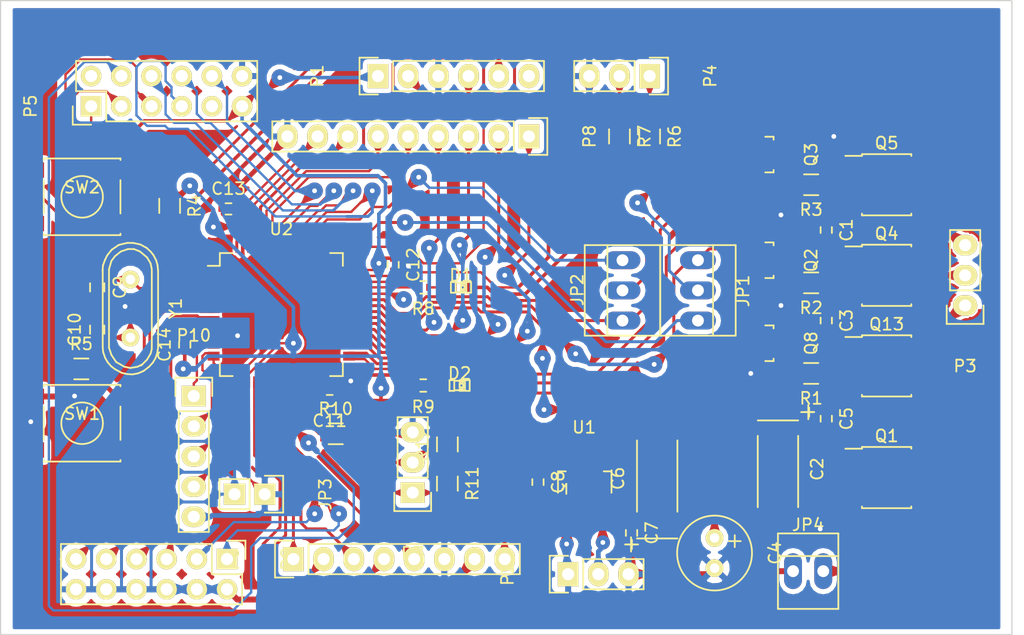
<source format=kicad_pcb>
(kicad_pcb (version 4) (host pcbnew "(2015-03-13 BZR 5510)-product")
  (layers (0 F.Cu signal) (31 B.Cu signal) (34 B.Paste user) (35 F.Paste user) (36 B.SilkS user) (37 F.SilkS user) (38 B.Mask user) (39 F.Mask user) (44 Edge.Cuts user))
  (net 0 "")
  (net 1 +12V)
  (net 2 GND)
  (net 3 "Net-(Q3-Pad3)")
  (net 4 "Net-(Q13-Pad4)")
  (net 5 "Net-(C10-Pad1)")
  (net 6 "Net-(P1-Pad6)")
  (net 7 /VMOT)
  (net 8 +3.3VP)
  (net 9 "Net-(C9-Pad1)")
  (net 10 GNDA)
  (net 11 "Net-(D1-Pad1)")
  (net 12 "Net-(D2-Pad1)")
  (net 13 /STM32/M1B)
  (net 14 /STM32/TXD)
  (net 15 /STM32/TXD3)
  (net 16 /STM32/M1C)
  (net 17 /STM32/RXD)
  (net 18 /STM32/RXD3)
  (net 19 /STM32/SWDCLK)
  (net 20 /STM32/SWDIO)
  (net 21 /STM32/~RESET)
  (net 22 /MOTORA)
  (net 23 /MOTORB)
  (net 24 /MOTORC)
  (net 25 "Net-(P4-Pad1)")
  (net 26 "Net-(P4-Pad2)")
  (net 27 /STM32/PC13)
  (net 28 "Net-(P5-Pad2)")
  (net 29 /STM32/PC14)
  (net 30 /STM32/PB1)
  (net 31 /STM32/PC15)
  (net 32 /STM32/PB3)
  (net 33 /STM32/PC12)
  (net 34 /STM32/PB4)
  (net 35 /STM32/PA11)
  (net 36 /STM32/PB5)
  (net 37 /STM32/SPI1_MISO)
  (net 38 /STM32/SPI1_SCK)
  (net 39 /STM32/SPI1_MOSI)
  (net 40 /STM32/~ADNS_CS)
  (net 41 /STM32/ADNS_MOT)
  (net 42 /STM32/SCL)
  (net 43 /STM32/SDA)
  (net 44 /STM32/TIM2_1)
  (net 45 /STM32/TIM2_2)
  (net 46 /STM32/TIM2_3)
  (net 47 /STM32/TIM2_4)
  (net 48 /STM32/TIM3_1)
  (net 49 /STM32/TIM3_2)
  (net 50 /STM32/TIM3_3)
  (net 51 /STM32/TIM3_4)
  (net 52 /STM32/TIM4_1)
  (net 53 /STM32/TIM4_2)
  (net 54 /STM32/TIM4_3)
  (net 55 /STM32/TIM4_4)
  (net 56 /STM32/ANAL1)
  (net 57 /STM32/ANAL2)
  (net 58 /STM32/ANAL3)
  (net 59 /STM32/ANAL4)
  (net 60 /STM32/ANAL5)
  (net 61 /STM32/ANAL6)
  (net 62 "Net-(Q2-Pad3)")
  (net 63 /STM32/~M1B)
  (net 64 /STM32/~M1C)
  (net 65 /STM32/M1A)
  (net 66 /STM32/~M1A)
  (net 67 "Net-(R5-Pad1)")
  (net 68 /STM32/LED2)
  (net 69 /STM32/LED1)
  (net 70 "Net-(R10-Pad1)")
  (net 71 "Net-(U2-Pad1)")
  (net 72 "Net-(U2-Pad50)")
  (net 73 "Net-(U2-Pad54)")
  (net 74 "Net-(JP4-Pad2)")
  (module Resistors_SMD:R_0805 (layer F.Cu) (at 125.73 63.5 270)
    (fp_text reference R6 (at 0 -2.1 270) (layer F.SilkS))
    (fp_text value 1K)
    (pad 1 smd rect (at -0.95 0 270) (size 0.7 1.3) (layers F.Cu F.Paste F.Mask) (net 25 "Net-(P4-Pad1)"))
    (pad 2 smd rect (at 0.95 0 270) (size 0.7 1.3) (layers F.Cu F.Paste F.Mask) (net 14 /STM32/TXD))
  )
  (module Pin_Headers:Pin_Header_Straight_1x06 (layer F.Cu) (at 102.87 58.42 90)
    (fp_text reference P1 (at 0 -5.1 90) (layer F.SilkS))
    (fp_text value CONN_01X06)
    (pad 1 thru_hole rect (at 0 0 90) (size 2.032 1.7272) (drill 1.016) (layers *.Cu *.Mask F.SilkS) (net 8 +3.3VP))
    (pad 2 thru_hole oval (at 0 2.54 90) (size 2.032 1.7272) (drill 1.016) (layers *.Cu *.Mask F.SilkS) (net 19 /STM32/SWDCLK))
    (pad 3 thru_hole oval (at 0 5.08 90) (size 2.032 1.7272) (drill 1.016) (layers *.Cu *.Mask F.SilkS) (net 2 GND))
    (pad 4 thru_hole oval (at 0 7.62 90) (size 2.032 1.7272) (drill 1.016) (layers *.Cu *.Mask F.SilkS) (net 20 /STM32/SWDIO))
    (pad 5 thru_hole oval (at 0 10.16 90) (size 2.032 1.7272) (drill 1.016) (layers *.Cu *.Mask F.SilkS) (net 21 /STM32/~RESET))
    (pad 6 thru_hole oval (at 0 12.7 90) (size 2.032 1.7272) (drill 1.016) (layers *.Cu *.Mask F.SilkS) (net 6 "Net-(P1-Pad6)"))
  )
  (module Housings_SOIC:SOIC-8_3.9x4.9mm_Pitch1.27mm (layer F.Cu) (at 145.669 67.564)
    (fp_text reference Q5 (at 0 -3.5) (layer F.SilkS))
    (fp_text value IRF7343PBF)
    (pad 1 smd rect (at -2.7 -1.905) (size 1.55 0.6) (layers F.Cu F.Paste F.Mask) (net 2 GND))
    (pad 2 smd rect (at -2.7 -0.635) (size 1.55 0.6) (layers F.Cu F.Paste F.Mask) (net 64 /STM32/~M1C))
    (pad 3 smd rect (at -2.7 0.635) (size 1.55 0.6) (layers F.Cu F.Paste F.Mask) (net 7 /VMOT))
    (pad 4 smd rect (at -2.7 1.905) (size 1.55 0.6) (layers F.Cu F.Paste F.Mask) (net 3 "Net-(Q3-Pad3)"))
    (pad 5 smd rect (at 2.7 1.905) (size 1.55 0.6) (layers F.Cu F.Paste F.Mask) (net 24 /MOTORC))
    (pad 6 smd rect (at 2.7 0.635) (size 1.55 0.6) (layers F.Cu F.Paste F.Mask) (net 24 /MOTORC))
    (pad 7 smd rect (at 2.7 -0.635) (size 1.55 0.6) (layers F.Cu F.Paste F.Mask) (net 24 /MOTORC))
    (pad 8 smd rect (at 2.7 -1.905) (size 1.55 0.6) (layers F.Cu F.Paste F.Mask) (net 24 /MOTORC))
  )
  (module Pin_Headers:Pin_Header_Straight_1x02 (layer F.Cu) (at 93.345 93.599 270)
    (fp_text reference JP3 (at 0 -5.1 270) (layer F.SilkS))
    (fp_text value Jumper_NO_Small)
    (pad 1 thru_hole rect (at 0 0 270) (size 1.8 1.8) (drill 1.016) (layers *.Cu *.Mask F.SilkS) (net 2 GND))
    (pad 2 thru_hole rect (at 0 2.54 270) (size 1.8 1.8) (drill 1.016) (layers *.Cu *.Mask F.SilkS) (net 10 GNDA))
  )
  (module Capacitors_Elko_ThroughHole:Elko_vert_11.2x6.3mm_RM2.5_CopperClear (layer F.Cu) (at 131.191 97.282 270)
    (fp_text reference C4 (at 1.27 -5.08 270) (layer F.SilkS))
    (fp_text value 4.7)
    (pad 2 thru_hole circle (at 2.54 0 270) (size 1.50114 1.50114) (drill 0.8001) (layers *.Cu *.Mask F.SilkS) (net 2 GND))
    (pad 1 thru_hole circle (at 0 0 270) (size 1.50114 1.50114) (drill 0.8001) (layers *.Cu *.Mask F.SilkS) (net 1 +12V))
  )
  (module Capacitors_Tantalum_SMD:TantalC_SizeC_EIA-6032_HandSoldering (layer F.Cu) (at 126.365 92.075 90)
    (fp_text reference C6 (at -0.20066 -3.29946 90) (layer F.SilkS))
    (fp_text value 10)
    (fp_text user + (at -5.75056 -2.19964 90) (layer F.SilkS))
    (pad 2 smd rect (at 2.99974 0 90) (size 3.50012 1.80086) (layers F.Cu F.Paste F.Mask) (net 2 GND))
    (pad 1 smd rect (at -2.99974 0 90) (size 3.50012 1.80086) (layers F.Cu F.Paste F.Mask) (net 1 +12V))
  )
  (module Capacitors_SMD:C_0603 (layer F.Cu) (at 79.248 76.2 270)
    (fp_text reference C9 (at 0 -1.9 270) (layer F.SilkS))
    (fp_text value 20)
    (pad 1 smd rect (at -0.75 0 270) (size 0.8 0.75) (layers F.Cu F.Paste F.Mask) (net 9 "Net-(C9-Pad1)"))
    (pad 2 smd rect (at 0.75 0 270) (size 0.8 0.75) (layers F.Cu F.Paste F.Mask) (net 2 GND))
  )
  (module LEDs:LED-0603 (layer F.Cu) (at 109.855 76.2)
    (fp_text reference D1 (at 0 -1.016) (layer F.SilkS))
    (fp_text value LED)
    (pad 1 smd rect (at -0.7493 0) (size 0.79756 0.79756) (layers F.Cu F.Paste F.Mask) (net 11 "Net-(D1-Pad1)"))
    (pad 2 smd rect (at 0.7493 0) (size 0.79756 0.79756) (layers F.Cu F.Paste F.Mask) (net 2 GND))
  )
  (module LEDs:LED-0603 (layer F.Cu) (at 109.7407 84.455)
    (fp_text reference D2 (at 0 -1.016) (layer F.SilkS))
    (fp_text value LED)
    (pad 1 smd rect (at -0.7493 0) (size 0.79756 0.79756) (layers F.Cu F.Paste F.Mask) (net 12 "Net-(D2-Pad1)"))
    (pad 2 smd rect (at 0.7493 0) (size 0.79756 0.79756) (layers F.Cu F.Paste F.Mask) (net 2 GND))
  )
  (module Connect:PINHEAD1-3 (layer F.Cu) (at 129.794 76.454 270)
    (fp_text reference JP1 (at 0.05 -3.8 270) (layer F.SilkS))
    (fp_text value JUMPER3)
    (pad 1 thru_hole oval (at -2.54 0 270) (size 1.50622 3.01498) (drill 0.99822) (layers *.Cu *.Mask) (net 13 /STM32/M1B))
    (pad 2 thru_hole oval (at 0 0 270) (size 1.50622 3.01498) (drill 0.99822) (layers *.Cu *.Mask) (net 14 /STM32/TXD))
    (pad 3 thru_hole oval (at 2.54 0 270) (size 1.50622 3.01498) (drill 0.99822) (layers *.Cu *.Mask) (net 15 /STM32/TXD3))
  )
  (module Connect:PINHEAD1-3 (layer F.Cu) (at 123.444 76.454 90)
    (fp_text reference JP2 (at 0.05 -3.8 90) (layer F.SilkS))
    (fp_text value JUMPER3)
    (pad 1 thru_hole oval (at -2.54 0 90) (size 1.50622 3.01498) (drill 0.99822) (layers *.Cu *.Mask) (net 16 /STM32/M1C))
    (pad 2 thru_hole oval (at 0 0 90) (size 1.50622 3.01498) (drill 0.99822) (layers *.Cu *.Mask) (net 17 /STM32/RXD))
    (pad 3 thru_hole oval (at 2.54 0 90) (size 1.50622 3.01498) (drill 0.99822) (layers *.Cu *.Mask) (net 18 /STM32/RXD3))
  )
  (module Pin_Headers:Pin_Header_Straight_1x03 (layer F.Cu) (at 118.872 100.33 90)
    (fp_text reference P2 (at 0 -5.1 90) (layer F.SilkS))
    (fp_text value CONN_01X03)
    (pad 1 thru_hole rect (at 0 0 90) (size 2.032 1.7272) (drill 1.016) (layers *.Cu *.Mask F.SilkS) (net 2 GND))
    (pad 2 thru_hole oval (at 0 2.54 90) (size 2.032 1.7272) (drill 1.016) (layers *.Cu *.Mask F.SilkS) (net 1 +12V))
    (pad 3 thru_hole oval (at 0 5.08 90) (size 2.032 1.7272) (drill 1.016) (layers *.Cu *.Mask F.SilkS) (net 2 GND))
  )
  (module Pin_Headers:Pin_Header_Straight_1x03 (layer F.Cu) (at 152.273 77.724 180)
    (fp_text reference P3 (at 0 -5.1 180) (layer F.SilkS))
    (fp_text value CONN_01X03)
    (pad 1 thru_hole oval (at 0 0 180) (size 2.032 1.7272) (drill 1.016) (layers *.Cu *.Mask F.SilkS) (net 22 /MOTORA))
    (pad 2 thru_hole oval (at 0 2.54 180) (size 2.032 1.7272) (drill 1.016) (layers *.Cu *.Mask F.SilkS) (net 23 /MOTORB))
    (pad 3 thru_hole oval (at 0 5.08 180) (size 2.032 1.7272) (drill 1.016) (layers *.Cu *.Mask F.SilkS) (net 24 /MOTORC))
  )
  (module Pin_Headers:Pin_Header_Straight_1x03 (layer F.Cu) (at 125.73 58.42 270)
    (fp_text reference P4 (at 0 -5.1 270) (layer F.SilkS))
    (fp_text value CONN_01X03)
    (pad 1 thru_hole rect (at 0 0 270) (size 2.032 1.7272) (drill 1.016) (layers *.Cu *.Mask F.SilkS) (net 25 "Net-(P4-Pad1)"))
    (pad 2 thru_hole oval (at 0 2.54 270) (size 2.032 1.7272) (drill 1.016) (layers *.Cu *.Mask F.SilkS) (net 26 "Net-(P4-Pad2)"))
    (pad 3 thru_hole oval (at 0 5.08 270) (size 2.032 1.7272) (drill 1.016) (layers *.Cu *.Mask F.SilkS) (net 2 GND))
  )
  (module Pin_Headers:Pin_Header_Straight_2x06 (layer F.Cu) (at 78.74 60.96 90)
    (fp_text reference P5 (at 0 -5.1 90) (layer F.SilkS))
    (fp_text value CONN_02X06)
    (pad 1 thru_hole rect (at 0 0 90) (size 1.7272 1.7272) (drill 1.016) (layers *.Cu *.Mask F.SilkS) (net 27 /STM32/PC13))
    (pad 2 thru_hole oval (at 2.54 0 90) (size 1.7272 1.7272) (drill 1.016) (layers *.Cu *.Mask F.SilkS) (net 28 "Net-(P5-Pad2)"))
    (pad 3 thru_hole oval (at 0 2.54 90) (size 1.7272 1.7272) (drill 1.016) (layers *.Cu *.Mask F.SilkS) (net 29 /STM32/PC14))
    (pad 4 thru_hole oval (at 2.54 2.54 90) (size 1.7272 1.7272) (drill 1.016) (layers *.Cu *.Mask F.SilkS) (net 30 /STM32/PB1))
    (pad 5 thru_hole oval (at 0 5.08 90) (size 1.7272 1.7272) (drill 1.016) (layers *.Cu *.Mask F.SilkS) (net 31 /STM32/PC15))
    (pad 6 thru_hole oval (at 2.54 5.08 90) (size 1.7272 1.7272) (drill 1.016) (layers *.Cu *.Mask F.SilkS) (net 32 /STM32/PB3))
    (pad 7 thru_hole oval (at 0 7.62 90) (size 1.7272 1.7272) (drill 1.016) (layers *.Cu *.Mask F.SilkS) (net 33 /STM32/PC12))
    (pad 8 thru_hole oval (at 2.54 7.62 90) (size 1.7272 1.7272) (drill 1.016) (layers *.Cu *.Mask F.SilkS) (net 34 /STM32/PB4))
    (pad 9 thru_hole oval (at 0 10.16 90) (size 1.7272 1.7272) (drill 1.016) (layers *.Cu *.Mask F.SilkS) (net 35 /STM32/PA11))
    (pad 10 thru_hole oval (at 2.54 10.16 90) (size 1.7272 1.7272) (drill 1.016) (layers *.Cu *.Mask F.SilkS) (net 36 /STM32/PB5))
    (pad 11 thru_hole oval (at 0 12.7 90) (size 1.7272 1.7272) (drill 1.016) (layers *.Cu *.Mask F.SilkS) (net 8 +3.3VP))
    (pad 12 thru_hole oval (at 2.54 12.7 90) (size 1.7272 1.7272) (drill 1.016) (layers *.Cu *.Mask F.SilkS) (net 2 GND))
  )
  (module Pin_Headers:Pin_Header_Straight_1x08 (layer F.Cu) (at 95.758 99.06 90)
    (fp_text reference P6 (at 0 -5.1 90) (layer F.SilkS))
    (fp_text value CONN_01X08)
    (pad 1 thru_hole rect (at 0 0 90) (size 2.032 1.7272) (drill 1.016) (layers *.Cu *.Mask F.SilkS) (net 37 /STM32/SPI1_MISO))
    (pad 2 thru_hole oval (at 0 2.54 90) (size 2.032 1.7272) (drill 1.016) (layers *.Cu *.Mask F.SilkS) (net 38 /STM32/SPI1_SCK))
    (pad 3 thru_hole oval (at 0 5.08 90) (size 2.032 1.7272) (drill 1.016) (layers *.Cu *.Mask F.SilkS) (net 39 /STM32/SPI1_MOSI))
    (pad 4 thru_hole oval (at 0 7.62 90) (size 2.032 1.7272) (drill 1.016) (layers *.Cu *.Mask F.SilkS) (net 40 /STM32/~ADNS_CS))
    (pad 5 thru_hole oval (at 0 10.16 90) (size 2.032 1.7272) (drill 1.016) (layers *.Cu *.Mask F.SilkS) (net 41 /STM32/ADNS_MOT))
    (pad 6 thru_hole oval (at 0 12.7 90) (size 2.032 1.7272) (drill 1.016) (layers *.Cu *.Mask F.SilkS) (net 2 GND))
    (pad 7 thru_hole oval (at 0 15.24 90) (size 2.032 1.7272) (drill 1.016) (layers *.Cu *.Mask F.SilkS) (net 10 GNDA))
    (pad 8 thru_hole oval (at 0 17.78 90) (size 2.032 1.7272) (drill 1.016) (layers *.Cu *.Mask F.SilkS) (net 8 +3.3VP))
  )
  (module Pin_Headers:Pin_Header_Straight_1x03 (layer F.Cu) (at 105.791 93.472 180)
    (fp_text reference P7 (at 0 -5.1 180) (layer F.SilkS))
    (fp_text value CONN_01X03)
    (pad 1 thru_hole rect (at 0 0 180) (size 2.032 1.7272) (drill 1.016) (layers *.Cu *.Mask F.SilkS) (net 42 /STM32/SCL))
    (pad 2 thru_hole oval (at 0 2.54 180) (size 2.032 1.7272) (drill 1.016) (layers *.Cu *.Mask F.SilkS) (net 43 /STM32/SDA))
    (pad 3 thru_hole oval (at 0 5.08 180) (size 2.032 1.7272) (drill 1.016) (layers *.Cu *.Mask F.SilkS) (net 2 GND))
  )
  (module Pin_Headers:Pin_Header_Straight_2x06 (layer F.Cu) (at 90.17 99.06 270)
    (fp_text reference P9 (at 0 -5.1 270) (layer F.SilkS))
    (fp_text value CONN_02X06)
    (pad 1 thru_hole rect (at 0 0 270) (size 1.7272 1.7272) (drill 1.016) (layers *.Cu *.Mask F.SilkS) (net 61 /STM32/ANAL6))
    (pad 2 thru_hole oval (at 2.54 0 270) (size 1.7272 1.7272) (drill 1.016) (layers *.Cu *.Mask F.SilkS) (net 10 GNDA))
    (pad 3 thru_hole oval (at 0 2.54 270) (size 1.7272 1.7272) (drill 1.016) (layers *.Cu *.Mask F.SilkS) (net 60 /STM32/ANAL5))
    (pad 4 thru_hole oval (at 2.54 2.54 270) (size 1.7272 1.7272) (drill 1.016) (layers *.Cu *.Mask F.SilkS) (net 10 GNDA))
    (pad 5 thru_hole oval (at 0 5.08 270) (size 1.7272 1.7272) (drill 1.016) (layers *.Cu *.Mask F.SilkS) (net 59 /STM32/ANAL4))
    (pad 6 thru_hole oval (at 2.54 5.08 270) (size 1.7272 1.7272) (drill 1.016) (layers *.Cu *.Mask F.SilkS) (net 10 GNDA))
    (pad 7 thru_hole oval (at 0 7.62 270) (size 1.7272 1.7272) (drill 1.016) (layers *.Cu *.Mask F.SilkS) (net 58 /STM32/ANAL3))
    (pad 8 thru_hole oval (at 2.54 7.62 270) (size 1.7272 1.7272) (drill 1.016) (layers *.Cu *.Mask F.SilkS) (net 10 GNDA))
    (pad 9 thru_hole oval (at 0 10.16 270) (size 1.7272 1.7272) (drill 1.016) (layers *.Cu *.Mask F.SilkS) (net 57 /STM32/ANAL2))
    (pad 10 thru_hole oval (at 2.54 10.16 270) (size 1.7272 1.7272) (drill 1.016) (layers *.Cu *.Mask F.SilkS) (net 10 GNDA))
    (pad 11 thru_hole oval (at 0 12.7 270) (size 1.7272 1.7272) (drill 1.016) (layers *.Cu *.Mask F.SilkS) (net 56 /STM32/ANAL1))
    (pad 12 thru_hole oval (at 2.54 12.7 270) (size 1.7272 1.7272) (drill 1.016) (layers *.Cu *.Mask F.SilkS) (net 10 GNDA))
  )
  (module Housings_SOIC:SOIC-8_3.9x4.9mm_Pitch1.27mm (layer F.Cu) (at 145.669 92.202)
    (fp_text reference Q1 (at 0 -3.5) (layer F.SilkS))
    (fp_text value FDS6675)
    (pad 1 smd rect (at -2.7 -1.905) (size 1.55 0.6) (layers F.Cu F.Paste F.Mask) (net 7 /VMOT))
    (pad 2 smd rect (at -2.7 -0.635) (size 1.55 0.6) (layers F.Cu F.Paste F.Mask) (net 7 /VMOT))
    (pad 3 smd rect (at -2.7 0.635) (size 1.55 0.6) (layers F.Cu F.Paste F.Mask) (net 7 /VMOT))
    (pad 4 smd rect (at -2.7 1.905) (size 1.55 0.6) (layers F.Cu F.Paste F.Mask) (net 2 GND))
    (pad 5 smd rect (at 2.7 1.905) (size 1.55 0.6) (layers F.Cu F.Paste F.Mask) (net 74 "Net-(JP4-Pad2)"))
    (pad 6 smd rect (at 2.7 0.635) (size 1.55 0.6) (layers F.Cu F.Paste F.Mask) (net 74 "Net-(JP4-Pad2)"))
    (pad 7 smd rect (at 2.7 -0.635) (size 1.55 0.6) (layers F.Cu F.Paste F.Mask) (net 74 "Net-(JP4-Pad2)"))
    (pad 8 smd rect (at 2.7 -1.905) (size 1.55 0.6) (layers F.Cu F.Paste F.Mask) (net 74 "Net-(JP4-Pad2)"))
  )
  (module Housings_SOT-23_SOT-143_TSOT-6:SOT-23_Handsoldering (layer F.Cu) (at 135.509 73.914 270)
    (fp_text reference Q2 (at 0 -3.81 270) (layer F.SilkS))
    (fp_text value IRLML2502)
    (pad 1 smd rect (at -0.95 1.50114 270) (size 0.8001 1.80086) (layers F.Cu F.Paste F.Mask) (net 13 /STM32/M1B))
    (pad 2 smd rect (at 0.95 1.50114 270) (size 0.8001 1.80086) (layers F.Cu F.Paste F.Mask) (net 2 GND))
    (pad 3 smd rect (at 0 -1.50114 270) (size 0.8001 1.80086) (layers F.Cu F.Paste F.Mask) (net 62 "Net-(Q2-Pad3)"))
  )
  (module Housings_SOT-23_SOT-143_TSOT-6:SOT-23_Handsoldering (layer F.Cu) (at 135.509 65.024 270)
    (fp_text reference Q3 (at 0 -3.81 270) (layer F.SilkS))
    (fp_text value IRLML2502)
    (pad 1 smd rect (at -0.95 1.50114 270) (size 0.8001 1.80086) (layers F.Cu F.Paste F.Mask) (net 16 /STM32/M1C))
    (pad 2 smd rect (at 0.95 1.50114 270) (size 0.8001 1.80086) (layers F.Cu F.Paste F.Mask) (net 2 GND))
    (pad 3 smd rect (at 0 -1.50114 270) (size 0.8001 1.80086) (layers F.Cu F.Paste F.Mask) (net 3 "Net-(Q3-Pad3)"))
  )
  (module Housings_SOIC:SOIC-8_3.9x4.9mm_Pitch1.27mm (layer F.Cu) (at 145.669 75.184)
    (fp_text reference Q4 (at 0 -3.5) (layer F.SilkS))
    (fp_text value IRF7343PBF)
    (pad 1 smd rect (at -2.7 -1.905) (size 1.55 0.6) (layers F.Cu F.Paste F.Mask) (net 2 GND))
    (pad 2 smd rect (at -2.7 -0.635) (size 1.55 0.6) (layers F.Cu F.Paste F.Mask) (net 63 /STM32/~M1B))
    (pad 3 smd rect (at -2.7 0.635) (size 1.55 0.6) (layers F.Cu F.Paste F.Mask) (net 7 /VMOT))
    (pad 4 smd rect (at -2.7 1.905) (size 1.55 0.6) (layers F.Cu F.Paste F.Mask) (net 62 "Net-(Q2-Pad3)"))
    (pad 5 smd rect (at 2.7 1.905) (size 1.55 0.6) (layers F.Cu F.Paste F.Mask) (net 23 /MOTORB))
    (pad 6 smd rect (at 2.7 0.635) (size 1.55 0.6) (layers F.Cu F.Paste F.Mask) (net 23 /MOTORB))
    (pad 7 smd rect (at 2.7 -0.635) (size 1.55 0.6) (layers F.Cu F.Paste F.Mask) (net 23 /MOTORB))
    (pad 8 smd rect (at 2.7 -1.905) (size 1.55 0.6) (layers F.Cu F.Paste F.Mask) (net 23 /MOTORB))
  )
  (module Housings_SOT-23_SOT-143_TSOT-6:SOT-23_Handsoldering (layer F.Cu) (at 135.509 80.899 270)
    (fp_text reference Q8 (at 0 -3.81 270) (layer F.SilkS))
    (fp_text value IRLML2502)
    (pad 1 smd rect (at -0.95 1.50114 270) (size 0.8001 1.80086) (layers F.Cu F.Paste F.Mask) (net 65 /STM32/M1A))
    (pad 2 smd rect (at 0.95 1.50114 270) (size 0.8001 1.80086) (layers F.Cu F.Paste F.Mask) (net 2 GND))
    (pad 3 smd rect (at 0 -1.50114 270) (size 0.8001 1.80086) (layers F.Cu F.Paste F.Mask) (net 4 "Net-(Q13-Pad4)"))
  )
  (module Housings_SOIC:SOIC-8_3.9x4.9mm_Pitch1.27mm (layer F.Cu) (at 145.669 82.804)
    (fp_text reference Q13 (at 0 -3.5) (layer F.SilkS))
    (fp_text value IRF7343PBF)
    (pad 1 smd rect (at -2.7 -1.905) (size 1.55 0.6) (layers F.Cu F.Paste F.Mask) (net 2 GND))
    (pad 2 smd rect (at -2.7 -0.635) (size 1.55 0.6) (layers F.Cu F.Paste F.Mask) (net 66 /STM32/~M1A))
    (pad 3 smd rect (at -2.7 0.635) (size 1.55 0.6) (layers F.Cu F.Paste F.Mask) (net 7 /VMOT))
    (pad 4 smd rect (at -2.7 1.905) (size 1.55 0.6) (layers F.Cu F.Paste F.Mask) (net 4 "Net-(Q13-Pad4)"))
    (pad 5 smd rect (at 2.7 1.905) (size 1.55 0.6) (layers F.Cu F.Paste F.Mask) (net 22 /MOTORA))
    (pad 6 smd rect (at 2.7 0.635) (size 1.55 0.6) (layers F.Cu F.Paste F.Mask) (net 22 /MOTORA))
    (pad 7 smd rect (at 2.7 -0.635) (size 1.55 0.6) (layers F.Cu F.Paste F.Mask) (net 22 /MOTORA))
    (pad 8 smd rect (at 2.7 -1.905) (size 1.55 0.6) (layers F.Cu F.Paste F.Mask) (net 22 /MOTORA))
  )
  (module Resistors_SMD:R_0805 (layer F.Cu) (at 139.319 83.439 180)
    (fp_text reference R1 (at 0 -2.1 180) (layer F.SilkS))
    (fp_text value 330)
    (pad 1 smd rect (at -0.95 0 180) (size 0.7 1.3) (layers F.Cu F.Paste F.Mask) (net 7 /VMOT))
    (pad 2 smd rect (at 0.95 0 180) (size 0.7 1.3) (layers F.Cu F.Paste F.Mask) (net 4 "Net-(Q13-Pad4)"))
  )
  (module Resistors_SMD:R_0805 (layer F.Cu) (at 139.319 75.819 180)
    (fp_text reference R2 (at 0 -2.1 180) (layer F.SilkS))
    (fp_text value 330)
    (pad 1 smd rect (at -0.95 0 180) (size 0.7 1.3) (layers F.Cu F.Paste F.Mask) (net 7 /VMOT))
    (pad 2 smd rect (at 0.95 0 180) (size 0.7 1.3) (layers F.Cu F.Paste F.Mask) (net 62 "Net-(Q2-Pad3)"))
  )
  (module Resistors_SMD:R_0805 (layer F.Cu) (at 139.319 67.564 180)
    (fp_text reference R3 (at 0 -2.1 180) (layer F.SilkS))
    (fp_text value 330)
    (pad 1 smd rect (at -0.95 0 180) (size 0.7 1.3) (layers F.Cu F.Paste F.Mask) (net 7 /VMOT))
    (pad 2 smd rect (at 0.95 0 180) (size 0.7 1.3) (layers F.Cu F.Paste F.Mask) (net 3 "Net-(Q3-Pad3)"))
  )
  (module Resistors_SMD:R_0805 (layer F.Cu) (at 85.344 69.342 270)
    (fp_text reference R4 (at 0 -2.1 270) (layer F.SilkS))
    (fp_text value 10K)
    (pad 1 smd rect (at -0.95 0 270) (size 0.7 1.3) (layers F.Cu F.Paste F.Mask) (net 8 +3.3VP))
    (pad 2 smd rect (at 0.95 0 270) (size 0.7 1.3) (layers F.Cu F.Paste F.Mask) (net 21 /STM32/~RESET))
  )
  (module Resistors_SMD:R_0805 (layer F.Cu) (at 77.912 83.058)
    (fp_text reference R5 (at 0 -2.1) (layer F.SilkS))
    (fp_text value 10K)
    (pad 1 smd rect (at -0.95 0) (size 0.7 1.3) (layers F.Cu F.Paste F.Mask) (net 67 "Net-(R5-Pad1)"))
    (pad 2 smd rect (at 0.95 0) (size 0.7 1.3) (layers F.Cu F.Paste F.Mask) (net 2 GND))
  )
  (module Resistors_SMD:R_0805 (layer F.Cu) (at 123.19 63.5 270)
    (fp_text reference R7 (at 0 -2.1 270) (layer F.SilkS))
    (fp_text value 1K)
    (pad 1 smd rect (at -0.95 0 270) (size 0.7 1.3) (layers F.Cu F.Paste F.Mask) (net 26 "Net-(P4-Pad2)"))
    (pad 2 smd rect (at 0.95 0 270) (size 0.7 1.3) (layers F.Cu F.Paste F.Mask) (net 17 /STM32/RXD))
  )
  (module Resistors_SMD:R_0805 (layer F.Cu) (at 99.314 88.519)
    (fp_text reference R10 (at 0 -2.1) (layer F.SilkS))
    (fp_text value 10K)
    (pad 1 smd rect (at -0.95 0) (size 0.7 1.3) (layers F.Cu F.Paste F.Mask) (net 70 "Net-(R10-Pad1)"))
    (pad 2 smd rect (at 0.95 0) (size 0.7 1.3) (layers F.Cu F.Paste F.Mask) (net 2 GND))
  )
  (module Resistors_SMD:R_0805 (layer F.Cu) (at 108.712 92.71 270)
    (fp_text reference R11 (at 0 -2.1 270) (layer F.SilkS))
    (fp_text value 4K7)
    (pad 1 smd rect (at -0.95 0 270) (size 0.7 1.3) (layers F.Cu F.Paste F.Mask) (net 8 +3.3VP))
    (pad 2 smd rect (at 0.95 0 270) (size 0.7 1.3) (layers F.Cu F.Paste F.Mask) (net 42 /STM32/SCL))
  )
  (module Resistors_SMD:R_0805 (layer F.Cu) (at 108.712 89.408 90)
    (fp_text reference R12 (at 0 -2.1 90) (layer F.SilkS))
    (fp_text value 4K7)
    (pad 1 smd rect (at -0.95 0 90) (size 0.7 1.3) (layers F.Cu F.Paste F.Mask) (net 8 +3.3VP))
    (pad 2 smd rect (at 0.95 0 90) (size 0.7 1.3) (layers F.Cu F.Paste F.Mask) (net 43 /STM32/SDA))
  )
  (module Buttons_Switches_SMD:SW_SPST_PTS645 (layer F.Cu) (at 77.978 87.63)
    (fp_text reference SW1 (at 0 -0.8) (layer F.SilkS))
    (fp_text value SW_PUSH)
    (pad 2 smd rect (at -3.975 2.25) (size 1.55 1.3) (layers F.Cu F.Paste F.Mask) (net 21 /STM32/~RESET))
    (pad 1 smd rect (at -3.975 -2.25) (size 1.55 1.3) (layers F.Cu F.Paste F.Mask) (net 2 GND))
    (pad 1 smd rect (at 3.975 -2.25) (size 1.55 1.3) (layers F.Cu F.Paste F.Mask) (net 2 GND))
    (pad 2 smd rect (at 3.975 2.25) (size 1.55 1.3) (layers F.Cu F.Paste F.Mask) (net 21 /STM32/~RESET))
  )
  (module Buttons_Switches_SMD:SW_SPST_PTS645 (layer F.Cu) (at 77.978 68.58)
    (fp_text reference SW2 (at 0 -0.8) (layer F.SilkS))
    (fp_text value SW_PUSH)
    (pad 2 smd rect (at -3.975 2.25) (size 1.55 1.3) (layers F.Cu F.Paste F.Mask) (net 8 +3.3VP))
    (pad 1 smd rect (at -3.975 -2.25) (size 1.55 1.3) (layers F.Cu F.Paste F.Mask) (net 67 "Net-(R5-Pad1)"))
    (pad 1 smd rect (at 3.975 -2.25) (size 1.55 1.3) (layers F.Cu F.Paste F.Mask) (net 67 "Net-(R5-Pad1)"))
    (pad 2 smd rect (at 3.975 2.25) (size 1.55 1.3) (layers F.Cu F.Paste F.Mask) (net 8 +3.3VP))
  )
  (module Housings_SOT-89:SOT89-3_Housing_Handsoldering (layer F.Cu) (at 120.269 92.9767)
    (fp_text reference U1 (at -0.0508 -5.00126) (layer F.SilkS))
    (fp_text value NCP1117ST18T3G)
    (pad 1 smd rect (at -1.50114 2.35204) (size 1.00076 2.5019) (layers F.Cu F.Paste F.Mask) (net 2 GND))
    (pad 2 smd rect (at 0 2.35204) (size 1.00076 2.5019) (layers F.Cu F.Paste F.Mask) (net 8 +3.3VP))
    (pad 3 smd rect (at 1.50114 2.35204) (size 1.00076 2.5019) (layers F.Cu F.Paste F.Mask) (net 1 +12V))
    (pad 2 smd rect (at 0 -1.6002) (size 1.99898 4.0005) (layers F.Cu F.Paste F.Mask) (net 8 +3.3VP))
    (pad 2 smd trapezoid (at 0 0.7493 180) (size 1.50114 0.7493) (rect_delta 0 0.50038) (layers F.Cu F.Paste F.Mask) (net 8 +3.3VP))
  )
  (module Crystals:Crystal_HC49-U_Vertical (layer F.Cu) (at 82.042 77.978 270)
    (fp_text reference Y1 (at 0 -3.81 270) (layer F.SilkS))
    (fp_text value 8MHz)
    (pad 1 thru_hole circle (at -2.44094 0 270) (size 1.50114 1.50114) (drill 0.8001) (layers *.Cu *.Mask F.SilkS) (net 9 "Net-(C9-Pad1)"))
    (pad 2 thru_hole circle (at 2.44094 0 270) (size 1.50114 1.50114) (drill 0.8001) (layers *.Cu *.Mask F.SilkS) (net 5 "Net-(C10-Pad1)"))
  )
  (module Resistors_SMD:R_0402 (layer F.Cu) (at 106.68 76.2 180)
    (fp_text reference R8 (at 0 -1.8 180) (layer F.SilkS))
    (fp_text value 330)
    (pad 1 smd rect (at -0.45 0 180) (size 0.4 0.6) (layers F.Cu F.Paste F.Mask) (net 11 "Net-(D1-Pad1)"))
    (pad 2 smd rect (at 0.45 0 180) (size 0.4 0.6) (layers F.Cu F.Paste F.Mask) (net 68 /STM32/LED2))
  )
  (module Resistors_SMD:R_0402 (layer F.Cu) (at 106.68 84.455 180)
    (fp_text reference R9 (at 0 -1.8 180) (layer F.SilkS))
    (fp_text value 330)
    (pad 1 smd rect (at -0.45 0 180) (size 0.4 0.6) (layers F.Cu F.Paste F.Mask) (net 12 "Net-(D2-Pad1)"))
    (pad 2 smd rect (at 0.45 0 180) (size 0.4 0.6) (layers F.Cu F.Paste F.Mask) (net 69 /STM32/LED1))
  )
  (module Capacitors_Tantalum_SMD:TantalC_SizeC_EIA-6032_Reflow (layer F.Cu) (at 136.525 91.694 270)
    (fp_text reference C2 (at -0.20066 -3.29946 270) (layer F.SilkS))
    (fp_text value 10.0)
    (fp_text user + (at -4.99872 -2.55016 270) (layer F.SilkS))
    (pad 2 smd rect (at 2.52476 0 270) (size 2.55016 2.49936) (layers F.Cu F.Paste F.Mask) (net 2 GND))
    (pad 1 smd rect (at -2.52476 0 270) (size 2.55016 2.49936) (layers F.Cu F.Paste F.Mask) (net 7 /VMOT))
  )
  (module Capacitors_SMD:C_0603 (layer F.Cu) (at 79.248 79.756 90)
    (fp_text reference C10 (at 0 -1.9 90) (layer F.SilkS))
    (fp_text value 20)
    (pad 1 smd rect (at -0.75 0 90) (size 0.8 0.75) (layers F.Cu F.Paste F.Mask) (net 5 "Net-(C10-Pad1)"))
    (pad 2 smd rect (at 0.75 0 90) (size 0.8 0.75) (layers F.Cu F.Paste F.Mask) (net 2 GND))
  )
  (module stm32-kicad:LQFP-64_10x10mm_Pitch0.5mm-nokeepout (layer F.Cu) (at 94.742 78.486)
    (fp_text reference U2 (at 0 -7.2) (layer F.SilkS))
    (fp_text value STM32F103RB)
    (pad 1 smd rect (at -5.7 -3.75) (size 1 0.25) (layers F.Cu F.Paste F.Mask) (net 71 "Net-(U2-Pad1)"))
    (pad 2 smd rect (at -5.7 -3.25) (size 1 0.25) (layers F.Cu F.Paste F.Mask) (net 27 /STM32/PC13))
    (pad 3 smd rect (at -5.7 -2.75) (size 1 0.25) (layers F.Cu F.Paste F.Mask) (net 29 /STM32/PC14))
    (pad 4 smd rect (at -5.7 -2.25) (size 1 0.25) (layers F.Cu F.Paste F.Mask) (net 31 /STM32/PC15))
    (pad 5 smd rect (at -5.7 -1.75) (size 1 0.25) (layers F.Cu F.Paste F.Mask) (net 9 "Net-(C9-Pad1)"))
    (pad 6 smd rect (at -5.7 -1.25) (size 1 0.25) (layers F.Cu F.Paste F.Mask) (net 5 "Net-(C10-Pad1)"))
    (pad 7 smd rect (at -5.7 -0.75) (size 1 0.25) (layers F.Cu F.Paste F.Mask) (net 21 /STM32/~RESET))
    (pad 8 smd rect (at -5.7 -0.25) (size 1 0.25) (layers F.Cu F.Paste F.Mask) (net 56 /STM32/ANAL1))
    (pad 9 smd rect (at -5.7 0.25) (size 1 0.25) (layers F.Cu F.Paste F.Mask) (net 57 /STM32/ANAL2))
    (pad 10 smd rect (at -5.7 0.75) (size 1 0.25) (layers F.Cu F.Paste F.Mask) (net 58 /STM32/ANAL3))
    (pad 11 smd rect (at -5.7 1.25) (size 1 0.25) (layers F.Cu F.Paste F.Mask) (net 59 /STM32/ANAL4))
    (pad 12 smd rect (at -5.7 1.75) (size 1 0.25) (layers F.Cu F.Paste F.Mask) (net 10 GNDA))
    (pad 13 smd rect (at -5.7 2.25) (size 1 0.25) (layers F.Cu F.Paste F.Mask) (net 8 +3.3VP))
    (pad 14 smd rect (at -5.7 2.75) (size 1 0.25) (layers F.Cu F.Paste F.Mask) (net 44 /STM32/TIM2_1))
    (pad 15 smd rect (at -5.7 3.25) (size 1 0.25) (layers F.Cu F.Paste F.Mask) (net 45 /STM32/TIM2_2))
    (pad 16 smd rect (at -5.7 3.75) (size 1 0.25) (layers F.Cu F.Paste F.Mask) (net 46 /STM32/TIM2_3))
    (pad 17 smd rect (at -3.75 5.7 90) (size 1 0.25) (layers F.Cu F.Paste F.Mask) (net 47 /STM32/TIM2_4))
    (pad 18 smd rect (at -3.25 5.7 90) (size 1 0.25) (layers F.Cu F.Paste F.Mask) (net 2 GND))
    (pad 19 smd rect (at -2.75 5.7 90) (size 1 0.25) (layers F.Cu F.Paste F.Mask) (net 8 +3.3VP))
    (pad 20 smd rect (at -2.25 5.7 90) (size 1 0.25) (layers F.Cu F.Paste F.Mask) (net 40 /STM32/~ADNS_CS))
    (pad 21 smd rect (at -1.75 5.7 90) (size 1 0.25) (layers F.Cu F.Paste F.Mask) (net 38 /STM32/SPI1_SCK))
    (pad 22 smd rect (at -1.25 5.7 90) (size 1 0.25) (layers F.Cu F.Paste F.Mask) (net 37 /STM32/SPI1_MISO))
    (pad 23 smd rect (at -0.75 5.7 90) (size 1 0.25) (layers F.Cu F.Paste F.Mask) (net 39 /STM32/SPI1_MOSI))
    (pad 24 smd rect (at -0.25 5.7 90) (size 1 0.25) (layers F.Cu F.Paste F.Mask) (net 60 /STM32/ANAL5))
    (pad 25 smd rect (at 0.25 5.7 90) (size 1 0.25) (layers F.Cu F.Paste F.Mask) (net 61 /STM32/ANAL6))
    (pad 26 smd rect (at 0.75 5.7 90) (size 1 0.25) (layers F.Cu F.Paste F.Mask) (net 41 /STM32/ADNS_MOT))
    (pad 27 smd rect (at 1.25 5.7 90) (size 1 0.25) (layers F.Cu F.Paste F.Mask) (net 30 /STM32/PB1))
    (pad 28 smd rect (at 1.75 5.7 90) (size 1 0.25) (layers F.Cu F.Paste F.Mask) (net 70 "Net-(R10-Pad1)"))
    (pad 29 smd rect (at 2.25 5.7 90) (size 1 0.25) (layers F.Cu F.Paste F.Mask) (net 42 /STM32/SCL))
    (pad 30 smd rect (at 2.75 5.7 90) (size 1 0.25) (layers F.Cu F.Paste F.Mask) (net 43 /STM32/SDA))
    (pad 31 smd rect (at 3.25 5.7 90) (size 1 0.25) (layers F.Cu F.Paste F.Mask) (net 2 GND))
    (pad 32 smd rect (at 3.75 5.7 90) (size 1 0.25) (layers F.Cu F.Paste F.Mask) (net 8 +3.3VP))
    (pad 33 smd rect (at 5.7 3.75) (size 1 0.25) (layers F.Cu F.Paste F.Mask) (net 69 /STM32/LED1))
    (pad 34 smd rect (at 5.7 3.25) (size 1 0.25) (layers F.Cu F.Paste F.Mask) (net 66 /STM32/~M1A))
    (pad 35 smd rect (at 5.7 2.75) (size 1 0.25) (layers F.Cu F.Paste F.Mask) (net 63 /STM32/~M1B))
    (pad 36 smd rect (at 5.7 2.25) (size 1 0.25) (layers F.Cu F.Paste F.Mask) (net 64 /STM32/~M1C))
    (pad 37 smd rect (at 5.7 1.75) (size 1 0.25) (layers F.Cu F.Paste F.Mask) (net 48 /STM32/TIM3_1))
    (pad 38 smd rect (at 5.7 1.25) (size 1 0.25) (layers F.Cu F.Paste F.Mask) (net 49 /STM32/TIM3_2))
    (pad 39 smd rect (at 5.7 0.75) (size 1 0.25) (layers F.Cu F.Paste F.Mask) (net 50 /STM32/TIM3_3))
    (pad 40 smd rect (at 5.7 0.25) (size 1 0.25) (layers F.Cu F.Paste F.Mask) (net 51 /STM32/TIM3_4))
    (pad 41 smd rect (at 5.7 -0.25) (size 1 0.25) (layers F.Cu F.Paste F.Mask) (net 65 /STM32/M1A))
    (pad 42 smd rect (at 5.7 -0.75) (size 1 0.25) (layers F.Cu F.Paste F.Mask) (net 13 /STM32/M1B))
    (pad 43 smd rect (at 5.7 -1.25) (size 1 0.25) (layers F.Cu F.Paste F.Mask) (net 16 /STM32/M1C))
    (pad 44 smd rect (at 5.7 -1.75) (size 1 0.25) (layers F.Cu F.Paste F.Mask) (net 35 /STM32/PA11))
    (pad 45 smd rect (at 5.7 -2.25) (size 1 0.25) (layers F.Cu F.Paste F.Mask) (net 68 /STM32/LED2))
    (pad 46 smd rect (at 5.7 -2.75) (size 1 0.25) (layers F.Cu F.Paste F.Mask) (net 20 /STM32/SWDIO))
    (pad 47 smd rect (at 5.7 -3.25) (size 1 0.25) (layers F.Cu F.Paste F.Mask) (net 2 GND))
    (pad 48 smd rect (at 5.7 -3.75) (size 1 0.25) (layers F.Cu F.Paste F.Mask) (net 8 +3.3VP))
    (pad 49 smd rect (at 3.75 -5.7 90) (size 1 0.25) (layers F.Cu F.Paste F.Mask) (net 19 /STM32/SWDCLK))
    (pad 50 smd rect (at 3.25 -5.7 90) (size 1 0.25) (layers F.Cu F.Paste F.Mask) (net 72 "Net-(U2-Pad50)"))
    (pad 51 smd rect (at 2.75 -5.7 90) (size 1 0.25) (layers F.Cu F.Paste F.Mask) (net 15 /STM32/TXD3))
    (pad 52 smd rect (at 2.25 -5.7 90) (size 1 0.25) (layers F.Cu F.Paste F.Mask) (net 18 /STM32/RXD3))
    (pad 53 smd rect (at 1.75 -5.7 90) (size 1 0.25) (layers F.Cu F.Paste F.Mask) (net 33 /STM32/PC12))
    (pad 54 smd rect (at 1.25 -5.7 90) (size 1 0.25) (layers F.Cu F.Paste F.Mask) (net 73 "Net-(U2-Pad54)"))
    (pad 55 smd rect (at 0.75 -5.7 90) (size 1 0.25) (layers F.Cu F.Paste F.Mask) (net 32 /STM32/PB3))
    (pad 56 smd rect (at 0.25 -5.7 90) (size 1 0.25) (layers F.Cu F.Paste F.Mask) (net 34 /STM32/PB4))
    (pad 57 smd rect (at -0.25 -5.7 90) (size 1 0.25) (layers F.Cu F.Paste F.Mask) (net 36 /STM32/PB5))
    (pad 58 smd rect (at -0.75 -5.7 90) (size 1 0.25) (layers F.Cu F.Paste F.Mask) (net 52 /STM32/TIM4_1))
    (pad 59 smd rect (at -1.25 -5.7 90) (size 1 0.25) (layers F.Cu F.Paste F.Mask) (net 53 /STM32/TIM4_2))
    (pad 60 smd rect (at -1.75 -5.7 90) (size 1 0.25) (layers F.Cu F.Paste F.Mask) (net 67 "Net-(R5-Pad1)"))
    (pad 61 smd rect (at -2.25 -5.7 90) (size 1 0.25) (layers F.Cu F.Paste F.Mask) (net 54 /STM32/TIM4_3))
    (pad 62 smd rect (at -2.75 -5.7 90) (size 1 0.25) (layers F.Cu F.Paste F.Mask) (net 55 /STM32/TIM4_4))
    (pad 63 smd rect (at -3.25 -5.7 90) (size 1 0.25) (layers F.Cu F.Paste F.Mask) (net 2 GND))
    (pad 64 smd rect (at -3.75 -5.7 90) (size 1 0.25) (layers F.Cu F.Paste F.Mask) (net 8 +3.3VP))
  )
  (module Capacitors_SMD:C_0402 (layer F.Cu) (at 140.589 71.374 270)
    (fp_text reference C1 (at 0 -1.7 270) (layer F.SilkS))
    (fp_text value 0.1)
    (pad 1 smd rect (at -0.55 0 270) (size 0.6 0.5) (layers F.Cu F.Paste F.Mask) (net 7 /VMOT))
    (pad 2 smd rect (at 0.55 0 270) (size 0.6 0.5) (layers F.Cu F.Paste F.Mask) (net 2 GND))
  )
  (module Capacitors_SMD:C_0402 (layer F.Cu) (at 140.589 78.994 270)
    (fp_text reference C3 (at 0 -1.7 270) (layer F.SilkS))
    (fp_text value 0.1)
    (pad 1 smd rect (at -0.55 0 270) (size 0.6 0.5) (layers F.Cu F.Paste F.Mask) (net 7 /VMOT))
    (pad 2 smd rect (at 0.55 0 270) (size 0.6 0.5) (layers F.Cu F.Paste F.Mask) (net 2 GND))
  )
  (module Capacitors_SMD:C_0402 (layer F.Cu) (at 140.589 87.249 270)
    (fp_text reference C5 (at 0 -1.7 270) (layer F.SilkS))
    (fp_text value 0.1)
    (pad 1 smd rect (at -0.55 0 270) (size 0.6 0.5) (layers F.Cu F.Paste F.Mask) (net 7 /VMOT))
    (pad 2 smd rect (at 0.55 0 270) (size 0.6 0.5) (layers F.Cu F.Paste F.Mask) (net 2 GND))
  )
  (module Capacitors_SMD:C_0402 (layer F.Cu) (at 124.206 96.859 270)
    (fp_text reference C7 (at 0 -1.7 270) (layer F.SilkS))
    (fp_text value 0.1)
    (pad 1 smd rect (at -0.55 0 270) (size 0.6 0.5) (layers F.Cu F.Paste F.Mask) (net 1 +12V))
    (pad 2 smd rect (at 0.55 0 270) (size 0.6 0.5) (layers F.Cu F.Paste F.Mask) (net 2 GND))
  )
  (module Capacitors_SMD:C_0402 (layer F.Cu) (at 116.332 92.583 270)
    (fp_text reference C8 (at 0 -1.7 270) (layer F.SilkS))
    (fp_text value 0.1)
    (pad 1 smd rect (at -0.55 0 270) (size 0.6 0.5) (layers F.Cu F.Paste F.Mask) (net 8 +3.3VP))
    (pad 2 smd rect (at 0.55 0 270) (size 0.6 0.5) (layers F.Cu F.Paste F.Mask) (net 2 GND))
  )
  (module Capacitors_SMD:C_0402 (layer F.Cu) (at 98.806 85.725 180)
    (fp_text reference C11 (at 0 -1.7 180) (layer F.SilkS))
    (fp_text value 0.1)
    (pad 1 smd rect (at -0.55 0 180) (size 0.6 0.5) (layers F.Cu F.Paste F.Mask) (net 8 +3.3VP))
    (pad 2 smd rect (at 0.55 0 180) (size 0.6 0.5) (layers F.Cu F.Paste F.Mask) (net 2 GND))
  )
  (module Capacitors_SMD:C_0402 (layer F.Cu) (at 104.14 74.295 270)
    (fp_text reference C12 (at 0 -1.7 270) (layer F.SilkS))
    (fp_text value 0.1)
    (pad 1 smd rect (at -0.55 0 270) (size 0.6 0.5) (layers F.Cu F.Paste F.Mask) (net 8 +3.3VP))
    (pad 2 smd rect (at 0.55 0 270) (size 0.6 0.5) (layers F.Cu F.Paste F.Mask) (net 2 GND))
  )
  (module Capacitors_SMD:C_0402 (layer F.Cu) (at 90.297 69.596)
    (fp_text reference C13 (at 0 -1.7) (layer F.SilkS))
    (fp_text value 0.1)
    (pad 1 smd rect (at -0.55 0) (size 0.6 0.5) (layers F.Cu F.Paste F.Mask) (net 8 +3.3VP))
    (pad 2 smd rect (at 0.55 0) (size 0.6 0.5) (layers F.Cu F.Paste F.Mask) (net 2 GND))
  )
  (module Capacitors_SMD:C_0402 (layer F.Cu) (at 86.614 81.026 90)
    (fp_text reference C14 (at 0 -1.7 90) (layer F.SilkS))
    (fp_text value 0.1)
    (pad 1 smd rect (at -0.55 0 90) (size 0.6 0.5) (layers F.Cu F.Paste F.Mask) (net 8 +3.3VP))
    (pad 2 smd rect (at 0.55 0 90) (size 0.6 0.5) (layers F.Cu F.Paste F.Mask) (net 10 GNDA))
  )
  (module Pin_Headers:Pin_Header_Straight_1x05 (layer F.Cu) (at 87.376 85.344)
    (fp_text reference P10 (at 0 -5.1) (layer F.SilkS))
    (fp_text value CONN_01X05)
    (pad 1 thru_hole rect (at 0 0) (size 2.032 1.7272) (drill 1.016) (layers *.Cu *.Mask F.SilkS) (net 44 /STM32/TIM2_1))
    (pad 2 thru_hole oval (at 0 2.54) (size 2.032 1.7272) (drill 1.016) (layers *.Cu *.Mask F.SilkS) (net 45 /STM32/TIM2_2))
    (pad 3 thru_hole oval (at 0 5.08) (size 2.032 1.7272) (drill 1.016) (layers *.Cu *.Mask F.SilkS) (net 46 /STM32/TIM2_3))
    (pad 4 thru_hole oval (at 0 7.62) (size 2.032 1.7272) (drill 1.016) (layers *.Cu *.Mask F.SilkS) (net 47 /STM32/TIM2_4))
    (pad 5 thru_hole oval (at 0 10.16) (size 2.032 1.7272) (drill 1.016) (layers *.Cu *.Mask F.SilkS) (net 2 GND))
  )
  (module Pin_Headers:Pin_Header_Straight_1x09 (layer F.Cu) (at 115.57 63.5 270)
    (fp_text reference P8 (at 0 -5.1 270) (layer F.SilkS))
    (fp_text value CONN_01X09)
    (pad 1 thru_hole rect (at 0 0 270) (size 2.032 1.7272) (drill 1.016) (layers *.Cu *.Mask F.SilkS) (net 48 /STM32/TIM3_1))
    (pad 2 thru_hole oval (at 0 2.54 270) (size 2.032 1.7272) (drill 1.016) (layers *.Cu *.Mask F.SilkS) (net 49 /STM32/TIM3_2))
    (pad 3 thru_hole oval (at 0 5.08 270) (size 2.032 1.7272) (drill 1.016) (layers *.Cu *.Mask F.SilkS) (net 50 /STM32/TIM3_3))
    (pad 4 thru_hole oval (at 0 7.62 270) (size 2.032 1.7272) (drill 1.016) (layers *.Cu *.Mask F.SilkS) (net 51 /STM32/TIM3_4))
    (pad 5 thru_hole oval (at 0 10.16 270) (size 2.032 1.7272) (drill 1.016) (layers *.Cu *.Mask F.SilkS) (net 52 /STM32/TIM4_1))
    (pad 6 thru_hole oval (at 0 12.7 270) (size 2.032 1.7272) (drill 1.016) (layers *.Cu *.Mask F.SilkS) (net 53 /STM32/TIM4_2))
    (pad 7 thru_hole oval (at 0 15.24 270) (size 2.032 1.7272) (drill 1.016) (layers *.Cu *.Mask F.SilkS) (net 54 /STM32/TIM4_3))
    (pad 8 thru_hole oval (at 0 17.78 270) (size 2.032 1.7272) (drill 1.016) (layers *.Cu *.Mask F.SilkS) (net 55 /STM32/TIM4_4))
    (pad 9 thru_hole oval (at 0 20.32 270) (size 2.032 1.7272) (drill 1.016) (layers *.Cu *.Mask F.SilkS) (net 2 GND))
  )
  (module Connect:PINHEAD1-2 (layer F.Cu) (at 139.065 100.076)
    (fp_text reference JP4 (at 0 -3.9) (layer F.SilkS))
    (fp_text value Jumper_NO_Small)
    (pad 1 thru_hole oval (at -1.27 0) (size 1.50622 3.01498) (drill 0.99822) (layers *.Cu *.Mask) (net 1 +12V))
    (pad 2 thru_hole oval (at 1.27 0) (size 1.50622 3.01498) (drill 0.99822) (layers *.Cu *.Mask) (net 74 "Net-(JP4-Pad2)"))
  )
  (gr_line (start 141.73322 100.076) (end 140.335 100.52511) (layer F.Cu) (width 0.5))
  (gr_line (start 141.73322 100.076) (end 140.335 99.62689) (layer F.Cu) (width 0.5))
  (gr_line (start 118.24 86.487) (end 116.84 87.062) (layer F.Cu) (width 0.25))
  (gr_line (start 118.24 86.487) (end 116.84 85.912) (layer F.Cu) (width 0.25))
  (gr_line (start 116.84 85.087) (end 117.39 86.487) (layer B.Cu) (width 0.3))
  (gr_line (start 116.84 85.087) (end 116.29 86.487) (layer B.Cu) (width 0.3))
  (gr_line (start 116.84 83.439) (end 116.163 82.169) (layer B.Cu) (width 0.3))
  (gr_line (start 116.84 83.696) (end 117.263 82.169) (layer B.Cu) (width 0.3))
  (gr_line (start 116.713 80.899) (end 117.288 82.169) (layer F.Cu) (width 0.25))
  (gr_line (start 116.713 80.899) (end 116.138 82.169) (layer F.Cu) (width 0.25))
  (gr_line (start 90.17 97.644) (end 90.578 99.06) (layer B.Cu) (width 0.2))
  (gr_line (start 90.17 97.644) (end 89.762 99.06) (layer B.Cu) (width 0.2))
  (gr_line (start 90.17 97.644) (end 90.778 99.06) (layer B.Cu) (width 0.2))
  (gr_line (start 90.17 97.644) (end 89.562 99.06) (layer B.Cu) (width 0.2))
  (gr_line (start 98.578051 94.260051) (end 99.850842 94.967158) (layer F.Cu) (width 0.2))
  (gr_line (start 98.578051 94.260051) (end 99.285158 95.532842) (layer F.Cu) (width 0.2))
  (gr_line (start 98.578051 94.260051) (end 99.992264 94.825736) (layer F.Cu) (width 0.2))
  (gr_line (start 98.578051 94.260051) (end 99.143736 95.674264) (layer F.Cu) (width 0.2))
  (gr_line (start 97.547702 93.849981) (end 98.122702 95.249981) (layer F.Cu) (width 0.25))
  (gr_line (start 97.547702 93.849981) (end 96.972702 95.249981) (layer F.Cu) (width 0.25))
  (gr_line (start 85.441999 97.292001) (end 85.673 99.06) (layer F.Cu) (width 0.25))
  (gr_line (start 85.471 97.536) (end 85.09 98.425) (layer F.Cu) (width 0.25))
  (gr_line (start 83.551263 98.058737) (end 82.962243 99.472243) (layer F.Cu) (width 0.25))
  (gr_line (start 83.551263 98.058737) (end 82.137757 98.647757) (layer F.Cu) (width 0.25))
  (gr_line (start 81.011263 98.058737) (end 80.422243 99.472243) (layer F.Cu) (width 0.25))
  (gr_line (start 81.011263 98.058737) (end 79.597757 98.647757) (layer F.Cu) (width 0.25))
  (gr_line (start 78.471263 98.058737) (end 77.882243 99.472243) (layer F.Cu) (width 0.25))
  (gr_line (start 78.471263 98.058737) (end 77.057757 98.647757) (layer F.Cu) (width 0.25))
  (gr_line (start 96.788737 64.653663) (end 97.501501 63.211501) (layer F.Cu) (width 0.2))
  (gr_line (start 96.788737 64.653663) (end 98.078499 63.788499) (layer F.Cu) (width 0.2))
  (gr_line (start 96.788737 64.653663) (end 97.36008 63.07008) (layer F.Cu) (width 0.2))
  (gr_line (start 96.788737 64.653663) (end 98.21992 63.92992) (layer F.Cu) (width 0.2))
  (gr_line (start 99.328737 64.653663) (end 100.041501 63.211501) (layer F.Cu) (width 0.2))
  (gr_line (start 99.328737 64.653663) (end 100.618499 63.788499) (layer F.Cu) (width 0.2))
  (gr_line (start 99.328737 64.653663) (end 99.90008 63.07008) (layer F.Cu) (width 0.2))
  (gr_line (start 99.328737 64.653663) (end 100.75992 63.92992) (layer F.Cu) (width 0.2))
  (gr_line (start 102.87 64.916) (end 102.462 63.5) (layer F.Cu) (width 0.2))
  (gr_line (start 102.87 64.916) (end 103.278 63.5) (layer F.Cu) (width 0.2))
  (gr_line (start 102.87 64.916) (end 102.262 63.5) (layer F.Cu) (width 0.2))
  (gr_line (start 102.87 64.916) (end 103.478 63.5) (layer F.Cu) (width 0.2))
  (gr_line (start 105.41 64.916) (end 105.002 63.5) (layer F.Cu) (width 0.2))
  (gr_line (start 105.41 64.916) (end 105.818 63.5) (layer F.Cu) (width 0.2))
  (gr_line (start 105.41 64.916) (end 104.802 63.5) (layer F.Cu) (width 0.2))
  (gr_line (start 105.41 64.916) (end 106.018 63.5) (layer F.Cu) (width 0.2))
  (gr_line (start 107.188 74.298) (end 106.638 72.897998) (layer B.Cu) (width 0.3))
  (gr_line (start 107.188 74.298) (end 107.738 72.897998) (layer B.Cu) (width 0.3))
  (gr_line (start 107.188 77.330041) (end 108.136936 79.138936) (layer B.Cu) (width 0.3))
  (gr_line (start 107.188 77.330041) (end 107.036936 79.138936) (layer B.Cu) (width 0.3))
  (gr_line (start 107.95 64.916) (end 107.367 63.5) (layer F.Cu) (width 0.25))
  (gr_line (start 107.95 64.916) (end 108.533 63.5) (layer F.Cu) (width 0.25))
  (gr_line (start 110.49 64.916) (end 109.907 63.5) (layer F.Cu) (width 0.25))
  (gr_line (start 110.49 64.916) (end 111.073 63.5) (layer F.Cu) (width 0.25))
  (gr_line (start 109.22 79.756) (end 109.599705 78.565587) (layer F.Cu) (width 0.25))
  (gr_line (start 109.22 79.756) (end 110.412877 79.378759) (layer F.Cu) (width 0.25))
  (gr_line (start 110.006291 74.322291) (end 109.178 72.644) (layer B.Cu) (width 0.3))
  (gr_line (start 110.006291 74.322291) (end 110.278 72.644) (layer B.Cu) (width 0.3))
  (gr_line (start 110.006291 77.572173) (end 110.556291 78.972173) (layer B.Cu) (width 0.3))
  (gr_line (start 110.006291 77.572173) (end 109.456291 78.972173) (layer B.Cu) (width 0.3))
  (gr_line (start 113.03 64.916) (end 112.447 63.5) (layer F.Cu) (width 0.25))
  (gr_line (start 113.03 64.916) (end 113.613 63.5) (layer F.Cu) (width 0.25))
  (gr_line (start 111.983987 78.301031) (end 113.380522 78.904423) (layer B.Cu) (width 0.25))
  (gr_line (start 111.983987 78.301031) (end 112.56735 79.717595) (layer B.Cu) (width 0.25))
  (gr_line (start 112.878739 72.663234) (end 112.295376 74.059769) (layer F.Cu) (width 0.25))
  (gr_line (start 112.878739 72.663234) (end 111.482204 73.246597) (layer F.Cu) (width 0.25))
  (gr_line (start 112.141 80.137) (end 112.56735 78.904423) (layer F.Cu) (width 0.25))
  (gr_line (start 112.141 80.137) (end 113.380522 79.717595) (layer F.Cu) (width 0.25))
  (gr_line (start 115.57 78.356) (end 115.990166 79.885834) (layer B.Cu) (width 0.3))
  (gr_line (start 115.57 78.356) (end 114.890166 79.885834) (layer B.Cu) (width 0.3))
  (gr_line (start 114.527949 76.173949) (end 113.149092 75.572908) (layer B.Cu) (width 0.3))
  (gr_line (start 114.527949 76.173949) (end 113.926908 74.795092) (layer B.Cu) (width 0.3))
  (gr_line (start 115.57 64.916) (end 114.987 63.5) (layer F.Cu) (width 0.25))
  (gr_line (start 115.57 64.916) (end 116.153 63.5) (layer F.Cu) (width 0.25))
  (gr_line (start 114.580051 80.745949) (end 115.03358 79.479248) (layer F.Cu) (width 0.25))
  (gr_line (start 114.580051 80.745949) (end 115.846752 80.29242) (layer F.Cu) (width 0.25))
  (gr_line (start 114.527949 74.194051) (end 113.944586 75.590586) (layer F.Cu) (width 0.25))
  (gr_line (start 114.527949 74.194051) (end 113.131414 74.777414) (layer F.Cu) (width 0.25))
  (gr_line (start 88.377263 91.962737) (end 87.788243 93.376243) (layer F.Cu) (width 0.25))
  (gr_line (start 88.377263 91.962737) (end 86.963757 92.551757) (layer F.Cu) (width 0.25))
  (gr_line (start 88.529663 89.422737) (end 87.664499 90.712499) (layer F.Cu) (width 0.2))
  (gr_line (start 88.529663 89.422737) (end 87.087501 90.135501) (layer F.Cu) (width 0.2))
  (gr_line (start 88.529663 89.422737) (end 87.80592 90.85392) (layer F.Cu) (width 0.2))
  (gr_line (start 88.529663 89.422737) (end 86.94608 89.99408) (layer F.Cu) (width 0.2))
  (gr_line (start 88.529663 86.882737) (end 87.664499 88.172499) (layer F.Cu) (width 0.2))
  (gr_line (start 88.529663 86.882737) (end 87.087501 87.595501) (layer F.Cu) (width 0.2))
  (gr_line (start 88.529663 86.882737) (end 87.80592 88.31392) (layer F.Cu) (width 0.2))
  (gr_line (start 88.529663 86.882737) (end 86.94608 87.45408) (layer F.Cu) (width 0.2))
  (gr_line (start 106.944663 89.930737) (end 106.203243 91.344243) (layer F.Cu) (width 0.25))
  (gr_line (start 106.944663 89.930737) (end 105.378757 90.519757) (layer F.Cu) (width 0.25))
  (gr_line (start 104.375 90.932) (end 105.791 90.349) (layer F.Cu) (width 0.25))
  (gr_line (start 104.375 90.932) (end 105.791 91.515) (layer F.Cu) (width 0.25))
  (gr_line (start 107.207 93.472) (end 105.791 94.055) (layer F.Cu) (width 0.25))
  (gr_line (start 107.207 93.472) (end 105.791 92.889) (layer F.Cu) (width 0.25))
  (gr_line (start 104.375 93.472) (end 105.791 92.889) (layer F.Cu) (width 0.25))
  (gr_line (start 104.375 93.472) (end 105.791 94.055) (layer F.Cu) (width 0.25))
  (gr_line (start 104.916737 97.906337) (end 106.330243 98.647757) (layer F.Cu) (width 0.25))
  (gr_line (start 104.916737 97.906337) (end 105.505757 99.472243) (layer F.Cu) (width 0.25))
  (gr_line (start 102.376737 100.213663) (end 102.965757 98.647757) (layer F.Cu) (width 0.25))
  (gr_line (start 102.376737 100.213663) (end 103.790243 99.472243) (layer F.Cu) (width 0.25))
  (gr_line (start 99.836737 97.906337) (end 101.250243 98.647757) (layer F.Cu) (width 0.25))
  (gr_line (start 99.836737 97.906337) (end 100.425757 99.472243) (layer F.Cu) (width 0.25))
  (gr_line (start 97.296737 100.213663) (end 97.885757 98.647757) (layer F.Cu) (width 0.25))
  (gr_line (start 97.296737 100.213663) (end 98.710243 99.472243) (layer F.Cu) (width 0.25))
  (gr_line (start 95.758 97.644) (end 96.341 99.06) (layer F.Cu) (width 0.25))
  (gr_line (start 95.758 97.644) (end 95.175 99.06) (layer F.Cu) (width 0.25))
  (gr_line (start 96.546051 69.061945) (end 97.253158 67.789154) (layer F.Cu) (width 0.2))
  (gr_line (start 96.546051 69.061945) (end 97.818842 68.354838) (layer F.Cu) (width 0.2))
  (gr_line (start 96.546051 69.061945) (end 97.111736 67.647732) (layer F.Cu) (width 0.2))
  (gr_line (start 96.546051 69.061945) (end 97.960264 68.49626) (layer F.Cu) (width 0.2))
  (gr_line (start 89.901263 59.421263) (end 88.611501 58.708499) (layer B.Cu) (width 0.2))
  (gr_line (start 89.901263 59.421263) (end 89.188499 58.131501) (layer B.Cu) (width 0.2))
  (gr_line (start 89.901263 59.421263) (end 88.47008 58.84992) (layer B.Cu) (width 0.2))
  (gr_line (start 89.901263 59.421263) (end 89.32992 57.99008) (layer B.Cu) (width 0.2))
  (gr_line (start 96.136 68.071996) (end 97.536 67.496996) (layer B.Cu) (width 0.25))
  (gr_line (start 96.136 68.071996) (end 97.536 68.646996) (layer B.Cu) (width 0.25))
  (gr_line (start 103.149 76.736) (end 105.029 76.816) (layer F.Cu) (width 0.2))
  (gr_line (start 104.267 76.835) (end 105.029 77.616) (layer F.Cu) (width 0.2))
  (gr_line (start 104.013 76.835) (end 105.029 77.816) (layer F.Cu) (width 0.2))
  (gr_line (start 98.552 68.707) (end 98.6155 68.0085) (layer F.Cu) (width 0.2))
  (gr_line (start 98.053353 69.064251) (end 99.1235 68.326) (layer F.Cu) (width 0.2))
  (gr_line (start 98.298 68.834) (end 99.3775 68.6435) (layer F.Cu) (width 0.2))
  (gr_line (start 98.552 68.707) (end 98.6155 67.945) (layer B.Cu) (width 0.25))
  (gr_line (start 98.166063 69.064251) (end 99.562598 68.480888) (layer B.Cu) (width 0.25))
  (gr_line (start 87.361263 59.421263) (end 86.071501 58.708499) (layer B.Cu) (width 0.2))
  (gr_line (start 87.361263 59.421263) (end 86.648499 58.131501) (layer B.Cu) (width 0.2))
  (gr_line (start 87.361263 59.421263) (end 85.93008 58.84992) (layer B.Cu) (width 0.2))
  (gr_line (start 87.361263 59.421263) (end 86.78992 57.99008) (layer B.Cu) (width 0.2))
  (gr_line (start 101.6635 68.7705) (end 101.854 67.945) (layer F.Cu) (width 0.2))
  (gr_line (start 101.40609 69.061949) (end 102.678881 68.354842) (layer F.Cu) (width 0.2))
  (gr_line (start 101.40609 69.061949) (end 102.820303 68.496264) (layer F.Cu) (width 0.2))
  (gr_line (start 102.396039 69.472) (end 101.821039 68.072) (layer B.Cu) (width 0.25))
  (gr_line (start 102.396039 69.472) (end 102.971039 68.072) (layer B.Cu) (width 0.25))
  (gr_line (start 84.821263 59.802263) (end 83.82 58.42) (layer B.Cu) (width 0.2))
  (gr_line (start 84.821263 59.802263) (end 84.108499 58.131501) (layer B.Cu) (width 0.2))
  (gr_line (start 84.821263 59.802263) (end 83.39008 58.84992) (layer B.Cu) (width 0.2))
  (gr_line (start 84.821263 59.802263) (end 84.24992 57.99008) (layer B.Cu) (width 0.2))
  (gr_line (start 99.786073 69.061826) (end 100.49318 67.789035) (layer F.Cu) (width 0.2))
  (gr_line (start 99.786073 69.061826) (end 101.058864 68.354719) (layer F.Cu) (width 0.2))
  (gr_line (start 100.076 68.834) (end 100.351758 67.647613) (layer F.Cu) (width 0.2))
  (gr_line (start 99.786073 69.061826) (end 101.200286 68.496141) (layer F.Cu) (width 0.2))
  (gr_line (start 100.076 68.834) (end 100.369436 67.665291) (layer B.Cu) (width 0.25))
  (gr_line (start 99.786073 69.061826) (end 101.182608 68.478463) (layer B.Cu) (width 0.25))
  (gr_line (start 80.278737 57.418737) (end 81.692243 58.007757) (layer B.Cu) (width 0.25))
  (gr_line (start 80.278737 57.418737) (end 80.867757 58.832243) (layer B.Cu) (width 0.25))
  (gr_line (start 96.038051 88.291053) (end 97.310842 88.99816) (layer F.Cu) (width 0.2))
  (gr_line (start 96.038051 88.291053) (end 96.745158 89.563844) (layer F.Cu) (width 0.2))
  (gr_line (start 96.038051 88.291053) (end 97.452264 88.856738) (layer F.Cu) (width 0.2))
  (gr_line (start 96.038051 88.291053) (end 96.603736 89.705266) (layer F.Cu) (width 0.2))
  (gr_line (start 80.278737 59.958737) (end 81.568499 60.671501) (layer F.Cu) (width 0.2))
  (gr_line (start 80.278737 59.958737) (end 80.991501 61.248499) (layer F.Cu) (width 0.2))
  (gr_line (start 80.278737 59.958737) (end 81.70992 60.53008) (layer F.Cu) (width 0.2))
  (gr_line (start 80.278737 59.958737) (end 80.85008 61.38992) (layer F.Cu) (width 0.2))
  (gr_line (start 123.19 59.836) (end 122.607 58.42) (layer F.Cu) (width 0.25))
  (gr_line (start 123.19 59.836) (end 123.773 58.42) (layer F.Cu) (width 0.25))
  (gr_line (start 125.73 59.836) (end 125.147 58.42) (layer F.Cu) (width 0.25))
  (gr_line (start 125.73 59.836) (end 126.313 58.42) (layer F.Cu) (width 0.25))
  (gr_line (start 151.017737 71.642737) (end 152.596854 72.320146) (layer F.Cu) (width 0.5))
  (gr_line (start 151.017737 71.642737) (end 151.949146 72.967854) (layer F.Cu) (width 0.5))
  (gr_line (start 150.857 75.184) (end 152.273 74.726) (layer F.Cu) (width 0.5))
  (gr_line (start 150.857 75.184) (end 152.273 75.642) (layer F.Cu) (width 0.5))
  (gr_line (start 151.017737 78.725263) (end 151.949146 77.400146) (layer F.Cu) (width 0.5))
  (gr_line (start 151.017737 78.725263) (end 152.596854 78.047854) (layer F.Cu) (width 0.5))
  (gr_line (start 113.03 57.004) (end 113.588 58.42) (layer F.Cu) (width 0.3))
  (gr_line (start 113.03 57.004) (end 112.472 58.42) (layer F.Cu) (width 0.3))
  (gr_line (start 110.49 59.836) (end 109.932 58.42) (layer F.Cu) (width 0.3))
  (gr_line (start 110.49 59.836) (end 111.048 58.42) (layer F.Cu) (width 0.3))
  (gr_line (start 106.411263 59.573663) (end 104.997757 58.832243) (layer F.Cu) (width 0.25))
  (gr_line (start 106.411263 59.573663) (end 105.822243 58.007757) (layer F.Cu) (width 0.25))
  (gr_line (start 122.04578 73.914) (end 123.444 73.33989) (layer B.Cu) (width 0.25))
  (gr_line (start 122.04578 73.914) (end 123.444 74.48811) (layer B.Cu) (width 0.25))
  (gr_line (start 105.309051 67.918947) (end 105.892414 66.522412) (layer F.Cu) (width 0.25))
  (gr_line (start 105.309051 67.918947) (end 106.705586 67.335584) (layer F.Cu) (width 0.25))
  (gr_line (start 122.04578 78.994) (end 123.444 78.41989) (layer F.Cu) (width 0.25))
  (gr_line (start 122.04578 78.994) (end 123.444 79.56811) (layer F.Cu) (width 0.25))
  (gr_line (start 128.39578 78.994) (end 129.794 78.41989) (layer B.Cu) (width 0.25))
  (gr_line (start 128.39578 78.994) (end 129.794 79.56811) (layer B.Cu) (width 0.25))
  (gr_line (start 125.603 69.977) (end 124.307414 69.494586) (layer B.Cu) (width 0.25))
  (gr_line (start 125.603 69.977) (end 125.120586 68.681414) (layer B.Cu) (width 0.25))
  (gr_line (start 125.603 68.199) (end 125.120586 69.494586) (layer F.Cu) (width 0.25))
  (gr_line (start 125.476 68.326) (end 124.307414 68.681414) (layer F.Cu) (width 0.25))
  (gr_line (start 120.523 82.55) (end 119.118092 82.176908) (layer B.Cu) (width 0.3))
  (gr_line (start 120.623949 82.650945) (end 119.895908 81.399092) (layer B.Cu) (width 0.3))
  (gr_line (start 124.711 82.67699) (end 126.111 82.12699) (layer B.Cu) (width 0.3))
  (gr_line (start 124.711 82.67699) (end 126.111 83.22699) (layer B.Cu) (width 0.3))
  (gr_line (start 118.517051 80.798051) (end 119.913586 81.381414) (layer F.Cu) (width 0.25))
  (gr_line (start 118.517051 80.798051) (end 119.100414 82.194586) (layer F.Cu) (width 0.25))
  (gr_line (start 127.100949 81.687041) (end 126.517586 83.083576) (layer F.Cu) (width 0.25))
  (gr_line (start 127.100949 81.687041) (end 125.704414 82.270404) (layer F.Cu) (width 0.25))
  (gr_line (start 109.996737 100.213663) (end 110.674146 98.736146) (layer F.Cu) (width 0.5))
  (gr_line (start 109.996737 100.213663) (end 111.321854 99.383854) (layer F.Cu) (width 0.5))
  (gr_line (start 86.214 101.6) (end 87.63 101.142) (layer B.Cu) (width 0.5))
  (gr_line (start 86.214 101.6) (end 87.63 102.058) (layer B.Cu) (width 0.5))
  (gr_line (start 86.506 101.6) (end 85.09 102.058) (layer B.Cu) (width 0.5))
  (gr_line (start 86.506 101.6) (end 85.09 101.142) (layer B.Cu) (width 0.5))
  (gr_line (start 89.046 101.6) (end 87.63 102.058) (layer B.Cu) (width 0.5))
  (gr_line (start 89.046 101.6) (end 87.63 101.142) (layer B.Cu) (width 0.5))
  (gr_line (start 88.754 101.6) (end 90.17 101.142) (layer B.Cu) (width 0.5))
  (gr_line (start 88.754 101.6) (end 90.17 102.058) (layer B.Cu) (width 0.5))
  (gr_line (start 90.805 92.183) (end 91.388 93.599) (layer B.Cu) (width 0.25))
  (gr_line (start 90.805 92.183) (end 90.222 93.599) (layer B.Cu) (width 0.25))
  (gr_line (start 80.8419 75.53706) (end 82.042 75.06201) (layer F.Cu) (width 0.25))
  (gr_line (start 80.8419 75.53706) (end 82.042 76.01211) (layer F.Cu) (width 0.25))
  (gr_line (start 102.947304 75.57599) (end 102.397304 74.17599) (layer B.Cu) (width 0.3))
  (gr_line (start 102.947304 75.57599) (end 103.497304 74.17599) (layer B.Cu) (width 0.3))
  (gr_line (start 90.438737 61.961263) (end 91.045435 60.565435) (layer F.Cu) (width 0.3))
  (gr_line (start 90.438737 61.961263) (end 91.834565 61.354565) (layer F.Cu) (width 0.3))
  (gr_line (start 89.027 69.72) (end 89.577 71.12) (layer B.Cu) (width 0.3))
  (gr_line (start 89.027 69.72) (end 88.477 71.12) (layer B.Cu) (width 0.3))
  (gr_line (start 90.016949 72.109949) (end 88.638092 71.508908) (layer B.Cu) (width 0.3))
  (gr_line (start 90.016949 72.109949) (end 89.415908 70.731092) (layer B.Cu) (width 0.3))
  (gr_line (start 101.327 58.547) (end 102.87 57.862) (layer B.Cu) (width 0.3))
  (gr_line (start 101.327 58.547) (end 102.87 58.978) (layer B.Cu) (width 0.3))
  (gr_line (start 96.015 58.547) (end 94.615 59.097) (layer B.Cu) (width 0.3))
  (gr_line (start 96.015 58.547) (end 94.615 57.997) (layer B.Cu) (width 0.3))
  (gr_line (start 102.947304 72.77599) (end 103.497304 74.17599) (layer B.Cu) (width 0.3))
  (gr_line (start 102.947304 72.77599) (end 102.397304 74.17599) (layer B.Cu) (width 0.3))
  (gr_line (start 90.427 71.12) (end 89.027 71.52) (layer F.Cu) (width 0.2))
  (gr_line (start 90.427 71.12) (end 89.027 70.72) (layer F.Cu) (width 0.2))
  (gr_line (start 90.427 71.12) (end 89.027 71.72) (layer F.Cu) (width 0.2))
  (gr_line (start 90.427 71.12) (end 89.027 70.52) (layer F.Cu) (width 0.2))
  (gr_line (start 93.625051 59.536949) (end 94.332158 58.264158) (layer F.Cu) (width 0.2))
  (gr_line (start 93.625051 59.536949) (end 94.897842 58.829842) (layer F.Cu) (width 0.2))
  (gr_line (start 93.625051 59.536949) (end 94.190736 58.122736) (layer F.Cu) (width 0.2))
  (gr_line (start 93.625051 59.536949) (end 95.039264 58.971264) (layer F.Cu) (width 0.2))
  (gr_line (start 92.441263 59.958737) (end 91.728499 61.248499) (layer F.Cu) (width 0.2))
  (gr_line (start 92.441263 59.958737) (end 91.151501 60.671501) (layer F.Cu) (width 0.2))
  (gr_line (start 92.441263 59.958737) (end 91.86992 61.38992) (layer F.Cu) (width 0.2))
  (gr_line (start 92.441263 59.958737) (end 91.01008 60.53008) (layer F.Cu) (width 0.2))
  (gr_line (start 95.758 79.499006) (end 96.308 80.899006) (layer B.Cu) (width 0.3))
  (gr_line (start 95.758 79.499006) (end 95.208 80.899006) (layer B.Cu) (width 0.3))
  (gr_line (start 103.124001 83.283127) (end 103.674001 84.683127) (layer B.Cu) (width 0.3))
  (gr_line (start 103.124001 83.283127) (end 102.574001 84.683127) (layer B.Cu) (width 0.3))
  (gr_line (start 113.518775 97.624775) (end 114.096 99.06) (layer F.Cu) (width 0.3))
  (gr_line (start 113.518775 97.624775) (end 112.98 99.06) (layer F.Cu) (width 0.3))
  (gr_line (start 80.8419 80.41894) (end 82.042 79.94389) (layer F.Cu) (width 0.25))
  (gr_line (start 80.8419 80.41894) (end 82.042 80.89399) (layer F.Cu) (width 0.25))
  (gr_line (start 82.042 79.21884) (end 82.51705 80.41894) (layer F.Cu) (width 0.25))
  (gr_line (start 82.042 79.21884) (end 81.56695 80.41894) (layer F.Cu) (width 0.25))
  (gr_line (start 94.248737 64.653663) (end 94.89079 63.14079) (layer F.Cu) (width 0.4))
  (gr_line (start 94.248737 64.653663) (end 95.60921 63.85921) (layer F.Cu) (width 0.4))
  (gr_line (start 125.368 100.33) (end 123.952 100.788) (layer F.Cu) (width 0.5))
  (gr_line (start 125.368 100.33) (end 123.952 99.872) (layer F.Cu) (width 0.5))
  (gr_line (start 137.926276 78.678948) (end 136.425447 78.077559) (layer F.Cu) (width 0.4))
  (gr_line (start 137.926276 78.678948) (end 137.132553 77.370453) (layer F.Cu) (width 0.4))
  (gr_line (start 135.789051 76.144811) (end 136.779 77.724) (layer F.Cu) (width 0.4))
  (gr_line (start 135.789051 76.144811) (end 136.425447 78.077559) (layer F.Cu) (width 0.4))
  (gr_line (start 80.194663 77.805245) (end 81.594663 77.305245) (layer F.Cu) (width 0.4))
  (gr_line (start 80.194663 77.805245) (end 81.594663 78.305245) (layer F.Cu) (width 0.4))
  (gr_line (start 118.76786 96.56714) (end 119.145 97.79) (layer F.Cu) (width 0.4))
  (gr_line (start 118.76786 96.56714) (end 118.345 97.79) (layer F.Cu) (width 0.4))
  (gr_line (start 118.745 98.787) (end 119.38 100.33) (layer B.Cu) (width 0.4))
  (gr_line (start 118.745 98.787) (end 118.364 100.33) (layer B.Cu) (width 0.4))
  (gr_line (start 118.745 98.99) (end 118.345 97.79) (layer B.Cu) (width 0.4))
  (gr_line (start 118.745 98.99) (end 119.145 97.79) (layer B.Cu) (width 0.4))
  (gr_line (start 75.907 85.38) (end 77.343 84.894) (layer F.Cu) (width 0.5))
  (gr_line (start 75.907 85.38) (end 77.343 85.794) (layer F.Cu) (width 0.5))
  (gr_line (start 74.003 85.76) (end 74.11 87.503) (layer F.Cu) (width 0.5))
  (gr_line (start 74.003 85.76) (end 73.21 87.503) (layer F.Cu) (width 0.5))
  (gr_line (start 104.248 88.519) (end 105.791 87.884) (layer F.Cu) (width 0.4))
  (gr_line (start 104.248 88.519) (end 105.791 88.9) (layer F.Cu) (width 0.4))
  (gr_line (start 120.65 59.836) (end 120.092 58.42) (layer F.Cu) (width 0.3))
  (gr_line (start 120.65 59.836) (end 121.208 58.42) (layer F.Cu) (width 0.3))
  (gr_line (start 133.249051 84.428949) (end 133.920802 83.120802) (layer F.Cu) (width 0.5))
  (gr_line (start 133.249051 84.428949) (end 134.557198 83.757198) (layer F.Cu) (width 0.5))
  (gr_line (start 92.343737 92.597737) (end 93.633499 93.310501) (layer F.Cu) (width 0.2))
  (gr_line (start 92.343737 92.597737) (end 93.056501 93.887499) (layer F.Cu) (width 0.2))
  (gr_line (start 92.343737 92.597737) (end 93.77492 93.16908) (layer F.Cu) (width 0.2))
  (gr_line (start 92.343737 92.597737) (end 92.91508 94.02892) (layer F.Cu) (width 0.2))
  (gr_line (start 88.792 95.504) (end 87.376 96.012) (layer B.Cu) (width 0.4))
  (gr_line (start 88.792 95.504) (end 87.376 94.996) (layer B.Cu) (width 0.4))
  (gr_line (start 124.206 98.66) (end 124.41 100.33) (layer F.Cu) (width 0.5))
  (gr_line (start 124.206 98.66) (end 123.494 100.33) (layer F.Cu) (width 0.5))
  (gr_line (start 140.082945 95.118055) (end 140.531 96.52) (layer F.Cu) (width 0.5))
  (gr_line (start 140.082945 95.118055) (end 139.631 96.52) (layer F.Cu) (width 0.5))
  (gr_line (start 142.499949 64.489949) (end 140.870447 63.853553) (layer F.Cu) (width 0.4))
  (gr_line (start 142.499949 64.489949) (end 141.577553 63.146447) (layer F.Cu) (width 0.4))
  (gr_line (start 135.789051 69.114051) (end 137.132553 69.750447) (layer F.Cu) (width 0.4))
  (gr_line (start 135.789051 69.114051) (end 136.425447 70.457553) (layer F.Cu) (width 0.4))
  (gr_line (start 137.768949 71.093949) (end 136.425447 70.457553) (layer F.Cu) (width 0.4))
  (gr_line (start 137.768949 71.093949) (end 137.132553 69.750447) (layer F.Cu) (width 0.4))
  (gr_line (start 131.191 96.0819) (end 131.54105 97.282) (layer F.Cu) (width 0.5))
  (gr_line (start 131.191 96.0819) (end 130.84095 97.282) (layer F.Cu) (width 0.5))
  (gr_line (start 121.77014 96.44014) (end 122.193 97.663) (layer F.Cu) (width 0.4))
  (gr_line (start 121.77014 96.44014) (end 121.393 97.663) (layer F.Cu) (width 0.4))
  (gr_line (start 121.412 98.914) (end 121.92 100.33) (layer B.Cu) (width 0.4))
  (gr_line (start 121.412 98.914) (end 120.904 100.33) (layer B.Cu) (width 0.4))
  (gr_line (start 156.21 52.07) (end 71.12 52.07) (layer Edge.Cuts) (width 0.1))
  (gr_line (start 156.21 105.41) (end 156.21 52.07) (layer Edge.Cuts) (width 0.1))
  (gr_line (start 71.12 105.41) (end 156.21 105.41) (layer Edge.Cuts) (width 0.1))
  (gr_line (start 71.12 52.07) (end 71.12 105.41) (layer Edge.Cuts) (width 0.1))
  (segment (start 126.365 95.07474) (end 124.190546 95.07474) (width 0.5) (layer F.Cu) (net 1))
  (segment (start 124.190546 95.07474) (end 122.02414 95.07474) (width 0.5) (layer F.Cu) (net 1))
  (segment (start 124.206 96.309) (end 124.206 95.090194) (width 0.5) (layer F.Cu) (net 1))
  (segment (start 124.206 95.090194) (end 124.190546 95.07474) (width 0.5) (layer F.Cu) (net 1))
  (segment (start 137.795 100.076) (end 136.54189 100.076) (width 0.5) (layer F.Cu) (net 1))
  (segment (start 136.54189 100.076) (end 131.54063 95.07474) (width 0.5) (layer F.Cu) (net 1))
  (segment (start 131.54063 95.07474) (end 131.048149 95.07474) (width 0.5) (layer F.Cu) (net 1))
  (segment (start 121.793 98.044) (end 121.412 98.425) (width 0.4) (layer B.Cu) (net 1))
  (segment (start 121.412 98.425) (end 121.412 100.33) (width 0.4) (layer B.Cu) (net 1))
  (segment (start 121.793 97.663) (end 121.793 98.044) (width 0.4) (layer B.Cu) (net 1))
  (segment (start 121.77014 95.32874) (end 121.77014 97.64014) (width 0.4) (layer F.Cu) (net 1))
  (segment (start 121.77014 97.64014) (end 121.793 97.663) (width 0.4) (layer F.Cu) (net 1))
  (via (at 121.793 97.663) (size 1.2) (drill 0.4) (layers F.Cu B.Cu) (net 1))
  (segment (start 131.191 97.282) (end 131.191 95.217591) (width 0.5) (layer F.Cu) (net 1))
  (segment (start 131.191 95.217591) (end 131.048149 95.07474) (width 0.5) (layer F.Cu) (net 1))
  (segment (start 131.048149 95.07474) (end 126.365 95.07474) (width 0.5) (layer F.Cu) (net 1))
  (segment (start 122.02414 95.07474) (end 121.77014 95.32874) (width 0.5) (layer F.Cu) (net 1))
  (segment (start 91.99 66.9124) (end 90.847 68.0554) (width 0.5) (layer F.Cu) (net 2))
  (segment (start 90.847 68.0554) (end 90.847 69.596) (width 0.5) (layer F.Cu) (net 2))
  (segment (start 142.969 73.279) (end 141.814 72.124) (width 0.4) (layer F.Cu) (net 2))
  (segment (start 141.814 72.124) (end 138.799 72.124) (width 0.4) (layer F.Cu) (net 2))
  (segment (start 138.799 72.124) (end 136.779 70.104) (width 0.4) (layer F.Cu) (net 2))
  (segment (start 134.00786 67.33286) (end 136.779 70.104) (width 0.4) (layer F.Cu) (net 2))
  (segment (start 91.492 72.786) (end 91.492 70.691) (width 0.2) (layer F.Cu) (net 2))
  (segment (start 91.492 70.691) (end 90.847 70.046) (width 0.2) (layer F.Cu) (net 2))
  (segment (start 90.847 70.046) (end 90.847 69.596) (width 0.2) (layer F.Cu) (net 2))
  (segment (start 141.51 63.5) (end 141.224 63.5) (width 0.4) (layer F.Cu) (net 2))
  (segment (start 142.969 65.659) (end 142.969 64.959) (width 0.4) (layer F.Cu) (net 2))
  (segment (start 142.969 64.959) (end 141.51 63.5) (width 0.4) (layer F.Cu) (net 2))
  (via (at 141.224 63.5) (size 1.4) (layers F.Cu B.Cu) (net 2))
  (segment (start 140.082945 94.107) (end 136.63676 94.107) (width 0.5) (layer F.Cu) (net 2))
  (segment (start 142.969 94.107) (end 140.082945 94.107) (width 0.5) (layer F.Cu) (net 2))
  (segment (start 140.082945 94.107) (end 140.082945 96.518055) (width 0.5) (layer F.Cu) (net 2))
  (segment (start 140.082945 96.518055) (end 140.081 96.52) (width 0.5) (layer F.Cu) (net 2))
  (via (at 140.081 96.52) (size 1.4) (drill 0.4) (layers F.Cu B.Cu) (net 2))
  (segment (start 124.206 97.409) (end 124.206 100.076) (width 0.5) (layer F.Cu) (net 2))
  (segment (start 124.206 100.076) (end 123.952 100.33) (width 0.5) (layer F.Cu) (net 2))
  (segment (start 108.264619 85.263781) (end 108.165839 85.165001) (width 0.3) (layer F.Cu) (net 2))
  (segment (start 110.49 85.15378) (end 110.379999 85.263781) (width 0.3) (layer F.Cu) (net 2))
  (segment (start 101.586639 83.573109) (end 100.784531 82.771001) (width 0.3) (layer F.Cu) (net 2))
  (segment (start 104.110107 83.573109) (end 101.586639 83.573109) (width 0.3) (layer F.Cu) (net 2))
  (segment (start 105.701999 85.165001) (end 104.110107 83.573109) (width 0.3) (layer F.Cu) (net 2))
  (segment (start 110.379999 85.263781) (end 108.264619 85.263781) (width 0.3) (layer F.Cu) (net 2))
  (segment (start 110.49 84.455) (end 110.49 85.15378) (width 0.3) (layer F.Cu) (net 2))
  (segment (start 108.165839 85.165001) (end 105.701999 85.165001) (width 0.3) (layer F.Cu) (net 2))
  (segment (start 93.345 94.899) (end 93.345 93.599) (width 0.4) (layer B.Cu) (net 2))
  (segment (start 92.85403 95.38997) (end 93.345 94.899) (width 0.4) (layer B.Cu) (net 2))
  (segment (start 88.90603 95.38997) (end 92.85403 95.38997) (width 0.4) (layer B.Cu) (net 2))
  (segment (start 88.792 95.504) (end 88.90603 95.38997) (width 0.4) (layer B.Cu) (net 2))
  (segment (start 87.376 95.504) (end 88.792 95.504) (width 0.4) (layer B.Cu) (net 2))
  (segment (start 91.492 91.746) (end 91.506999 91.760999) (width 0.2) (layer F.Cu) (net 2))
  (segment (start 91.492 84.186) (end 91.492 91.746) (width 0.2) (layer F.Cu) (net 2))
  (segment (start 91.506999 91.760999) (end 93.345 93.599) (width 0.2) (layer F.Cu) (net 2))
  (segment (start 128.60274 89.07526) (end 132.408193 85.269807) (width 0.5) (layer F.Cu) (net 2))
  (segment (start 132.408193 85.269807) (end 134.239 83.439) (width 0.5) (layer F.Cu) (net 2))
  (segment (start 133.985 86.995) (end 133.985 86.846614) (width 0.4) (layer F.Cu) (net 2))
  (segment (start 133.985 86.846614) (end 132.408193 85.269807) (width 0.4) (layer F.Cu) (net 2))
  (segment (start 115.259991 76.764009) (end 120.65 71.374) (width 0.3) (layer F.Cu) (net 2))
  (segment (start 120.65 71.374) (end 120.65 58.42) (width 0.3) (layer F.Cu) (net 2))
  (segment (start 112.633145 76.764009) (end 115.259991 76.764009) (width 0.3) (layer F.Cu) (net 2))
  (segment (start 112.069136 76.2) (end 112.633145 76.764009) (width 0.3) (layer F.Cu) (net 2))
  (segment (start 110.6043 76.2) (end 112.069136 76.2) (width 0.3) (layer F.Cu) (net 2))
  (segment (start 97.992 83.486) (end 97.992 84.186) (width 0.2) (layer F.Cu) (net 2))
  (segment (start 97.992 81.437198) (end 97.992 83.486) (width 0.2) (layer F.Cu) (net 2))
  (segment (start 96.266801 79.711999) (end 97.992 81.437198) (width 0.2) (layer F.Cu) (net 2))
  (segment (start 94.995199 79.711999) (end 96.266801 79.711999) (width 0.2) (layer F.Cu) (net 2))
  (segment (start 91.492 83.215198) (end 94.995199 79.711999) (width 0.2) (layer F.Cu) (net 2))
  (segment (start 91.492 84.186) (end 91.492 83.215198) (width 0.2) (layer F.Cu) (net 2))
  (segment (start 140.617467 80.899) (end 140.146328 80.899) (width 0.4) (layer F.Cu) (net 2))
  (segment (start 142.969 80.899) (end 140.617467 80.899) (width 0.4) (layer F.Cu) (net 2))
  (segment (start 140.617467 80.899) (end 140.589 80.870533) (width 0.4) (layer F.Cu) (net 2))
  (segment (start 140.589 80.870533) (end 140.589 79.544) (width 0.4) (layer F.Cu) (net 2))
  (segment (start 104.987 74.845) (end 105.429652 74.402348) (width 0.5) (layer F.Cu) (net 2))
  (segment (start 104.14 74.845) (end 104.987 74.845) (width 0.5) (layer F.Cu) (net 2))
  (via (at 105.429652 74.402348) (size 1.4) (drill 0.4) (layers F.Cu B.Cu) (net 2))
  (segment (start 97.949999 82.771001) (end 97.992 82.813002) (width 0.3) (layer F.Cu) (net 2))
  (segment (start 97.992 82.813002) (end 97.992 83.322998) (width 0.3) (layer F.Cu) (net 2))
  (segment (start 100.264 88.519) (end 105.664 88.519) (width 0.4) (layer F.Cu) (net 2))
  (segment (start 105.664 88.519) (end 105.791 88.392) (width 0.4) (layer F.Cu) (net 2))
  (segment (start 74.003 85.38) (end 74.003 87.16) (width 0.5) (layer F.Cu) (net 2))
  (segment (start 74.003 87.16) (end 73.66 87.503) (width 0.5) (layer F.Cu) (net 2))
  (via (at 73.66 87.503) (size 1.4) (drill 0.4) (layers F.Cu B.Cu) (net 2))
  (segment (start 77.307 85.38) (end 77.343 85.344) (width 0.5) (layer F.Cu) (net 2))
  (via (at 77.343 85.344) (size 1.4) (drill 0.4) (layers F.Cu B.Cu) (net 2))
  (segment (start 74.003 85.38) (end 77.307 85.38) (width 0.5) (layer F.Cu) (net 2))
  (segment (start 77.851 78.232) (end 78.277755 77.805245) (width 0.3) (layer F.Cu) (net 2))
  (segment (start 78.277755 77.805245) (end 79.346929 77.805245) (width 0.3) (layer F.Cu) (net 2))
  (segment (start 77.851 81.747) (end 77.851 78.232) (width 0.3) (layer F.Cu) (net 2))
  (segment (start 78.862 83.058) (end 78.862 82.758) (width 0.3) (layer F.Cu) (net 2))
  (segment (start 78.862 82.758) (end 77.851 81.747) (width 0.3) (layer F.Cu) (net 2))
  (segment (start 116.332 93.133) (end 116.332 93.733) (width 0.3) (layer F.Cu) (net 2))
  (segment (start 116.332 93.733) (end 117.92774 95.32874) (width 0.3) (layer F.Cu) (net 2))
  (segment (start 117.92774 95.32874) (end 117.96748 95.32874) (width 0.3) (layer F.Cu) (net 2))
  (segment (start 117.96748 95.32874) (end 118.76786 95.32874) (width 0.3) (layer F.Cu) (net 2))
  (segment (start 118.745 97.79) (end 118.745 100.203) (width 0.4) (layer B.Cu) (net 2))
  (segment (start 118.745 100.203) (end 118.872 100.33) (width 0.4) (layer B.Cu) (net 2))
  (segment (start 118.76786 95.32874) (end 118.76786 97.76714) (width 0.4) (layer F.Cu) (net 2))
  (segment (start 118.76786 97.76714) (end 118.745 97.79) (width 0.4) (layer F.Cu) (net 2))
  (via (at 118.745 97.79) (size 1.2) (drill 0.4) (layers F.Cu B.Cu) (net 2))
  (segment (start 79.248 76.95) (end 79.248 77.706316) (width 0.4) (layer F.Cu) (net 2))
  (segment (start 79.248 77.706316) (end 79.248 79.006) (width 0.4) (layer F.Cu) (net 2))
  (segment (start 81.594663 77.805245) (end 79.346929 77.805245) (width 0.4) (layer F.Cu) (net 2))
  (segment (start 79.346929 77.805245) (end 79.248 77.706316) (width 0.4) (layer F.Cu) (net 2))
  (segment (start 100.442 75.236) (end 103.949 75.236) (width 0.2) (layer F.Cu) (net 2))
  (segment (start 103.949 75.236) (end 104.14 75.045) (width 0.2) (layer F.Cu) (net 2))
  (via (at 81.594663 77.805245) (size 1.4) (layers F.Cu B.Cu) (net 2))
  (segment (start 134.00786 65.974) (end 134.00786 67.33286) (width 0.4) (layer F.Cu) (net 2))
  (via (at 136.779 70.104) (size 1.4) (layers F.Cu B.Cu) (net 2))
  (segment (start 136.779 77.13476) (end 136.779 77.724006) (width 0.4) (layer F.Cu) (net 2))
  (segment (start 134.50824 74.864) (end 136.779 77.13476) (width 0.4) (layer F.Cu) (net 2))
  (segment (start 134.00786 74.864) (end 134.50824 74.864) (width 0.4) (layer F.Cu) (net 2))
  (segment (start 136.779 77.724) (end 136.779 77.724006) (width 0.4) (layer F.Cu) (net 2))
  (segment (start 136.743999 77.688999) (end 136.779 77.724) (width 0.4) (layer F.Cu) (net 2))
  (via (at 136.779 77.724006) (size 1.4) (layers F.Cu B.Cu) (net 2))
  (segment (start 134.00786 81.849) (end 134.00786 83.20786) (width 0.4) (layer F.Cu) (net 2))
  (segment (start 134.00786 83.20786) (end 134.239 83.439) (width 0.4) (layer F.Cu) (net 2))
  (via (at 134.239 83.439) (size 1.4) (layers F.Cu B.Cu) (net 2))
  (segment (start 140.146328 80.899) (end 136.936327 77.688999) (width 0.4) (layer F.Cu) (net 2))
  (segment (start 136.936327 77.688999) (end 136.743999 77.688999) (width 0.4) (layer F.Cu) (net 2))
  (segment (start 98.256 85.581466) (end 98.256 85.725) (width 0.2) (layer F.Cu) (net 2))
  (segment (start 97.992 84.186) (end 97.992 85.317466) (width 0.2) (layer F.Cu) (net 2))
  (segment (start 97.992 85.317466) (end 98.256 85.581466) (width 0.2) (layer F.Cu) (net 2))
  (segment (start 78.862 83.358) (end 78.862 83.058) (width 0.4) (layer F.Cu) (net 2))
  (segment (start 81.953 85.38) (end 80.884 85.38) (width 0.4) (layer F.Cu) (net 2))
  (segment (start 136.525 93.472) (end 136.525 94.21876) (width 0.5) (layer F.Cu) (net 2))
  (segment (start 133.985 90.932) (end 136.525 93.472) (width 0.5) (layer F.Cu) (net 2))
  (segment (start 133.985 86.995) (end 133.985 90.932) (width 0.5) (layer F.Cu) (net 2))
  (segment (start 139.035 86.995) (end 133.985 86.995) (width 0.5) (layer F.Cu) (net 2))
  (segment (start 139.839 87.799) (end 139.035 86.995) (width 0.5) (layer F.Cu) (net 2))
  (segment (start 140.589 87.799) (end 139.839 87.799) (width 0.5) (layer F.Cu) (net 2))
  (segment (start 136.63676 94.107) (end 136.525 94.21876) (width 0.5) (layer F.Cu) (net 2))
  (segment (start 125.857 100.33) (end 123.952 100.33) (width 0.5) (layer F.Cu) (net 2))
  (segment (start 130.683 100.33) (end 125.857 100.33) (width 0.5) (layer F.Cu) (net 2))
  (segment (start 131.191 99.822) (end 130.683 100.33) (width 0.5) (layer F.Cu) (net 2))
  (segment (start 126.365 89.07526) (end 128.60274 89.07526) (width 0.5) (layer F.Cu) (net 2))
  (segment (start 79.547348 84.129601) (end 79.547348 84.043348) (width 0.5) (layer F.Cu) (net 2))
  (segment (start 77.343 85.344) (end 78.332949 85.344) (width 0.5) (layer F.Cu) (net 2))
  (segment (start 79.547348 84.043348) (end 78.862 83.358) (width 0.4) (layer F.Cu) (net 2))
  (segment (start 78.332949 85.344) (end 79.547348 84.129601) (width 0.5) (layer F.Cu) (net 2))
  (segment (start 80.884 85.38) (end 79.547348 84.043348) (width 0.4) (layer F.Cu) (net 2))
  (via (at 100.584 84.074) (size 1.4) (drill 0.4) (layers F.Cu B.Cu) (net 2))
  (segment (start 100.784531 83.873469) (end 100.584 84.074) (width 0.2) (layer F.Cu) (net 2))
  (segment (start 100.784531 82.771001) (end 100.784531 83.873469) (width 0.2) (layer F.Cu) (net 2))
  (segment (start 100.784531 82.771001) (end 97.949999 82.771001) (width 0.3) (layer F.Cu) (net 2))
  (segment (start 95.25 63.6524) (end 95.25 63.5) (width 0.4) (layer F.Cu) (net 2))
  (segment (start 91.99 66.9124) (end 95.25 63.6524) (width 0.4) (layer F.Cu) (net 2))
  (segment (start 137.01014 66.80514) (end 137.769 67.564) (width 0.25) (layer F.Cu) (net 3))
  (segment (start 137.01014 65.024) (end 137.01014 66.80514) (width 0.25) (layer F.Cu) (net 3))
  (segment (start 138.069 67.564) (end 138.004549 67.564) (width 0.25) (layer F.Cu) (net 3))
  (segment (start 139.974 69.469) (end 138.069 67.564) (width 0.25) (layer F.Cu) (net 3))
  (segment (start 142.969 69.469) (end 139.974 69.469) (width 0.25) (layer F.Cu) (net 3))
  (segment (start 138.004549 67.564) (end 138.369 67.564) (width 0.25) (layer F.Cu) (net 3))
  (segment (start 137.769 67.564) (end 138.004549 67.564) (width 0.25) (layer F.Cu) (net 3))
  (segment (start 142.969 84.709) (end 139.339 84.709) (width 0.25) (layer F.Cu) (net 4))
  (segment (start 138.369 83.739) (end 138.369 83.439) (width 0.25) (layer F.Cu) (net 4))
  (segment (start 139.339 84.709) (end 138.369 83.739) (width 0.25) (layer F.Cu) (net 4))
  (segment (start 137.769 83.439) (end 138.369 83.439) (width 0.25) (layer F.Cu) (net 4))
  (segment (start 137.01014 82.68014) (end 137.769 83.439) (width 0.25) (layer F.Cu) (net 4))
  (segment (start 137.01014 80.899) (end 137.01014 82.68014) (width 0.25) (layer F.Cu) (net 4))
  (segment (start 82.042 80.41894) (end 82.042 78.96371) (width 0.25) (layer F.Cu) (net 5))
  (segment (start 82.042 78.96371) (end 83.85376 77.15195) (width 0.25) (layer F.Cu) (net 5))
  (segment (start 83.85376 77.15195) (end 88.20795 77.15195) (width 0.25) (layer F.Cu) (net 5))
  (segment (start 88.20795 77.15195) (end 88.292 77.236) (width 0.25) (layer F.Cu) (net 5))
  (segment (start 88.292 77.236) (end 89.042 77.236) (width 0.25) (layer F.Cu) (net 5))
  (segment (start 82.042 80.41894) (end 79.33506 80.41894) (width 0.25) (layer F.Cu) (net 5))
  (segment (start 79.33506 80.41894) (end 79.248 80.506) (width 0.25) (layer F.Cu) (net 5))
  (segment (start 140.589 78.244) (end 141.214 78.244) (width 0.5) (layer F.Cu) (net 7))
  (segment (start 141.214 78.244) (end 141.329 78.359) (width 0.25) (layer F.Cu) (net 7))
  (segment (start 142.969 75.819) (end 140.269 75.819) (width 0.5) (layer F.Cu) (net 7))
  (segment (start 140.269 83.439) (end 142.969 83.439) (width 0.25) (layer F.Cu) (net 7))
  (segment (start 143.764 68.199) (end 142.969 68.199) (width 0.25) (layer F.Cu) (net 7))
  (segment (start 142.969 92.837) (end 142.969 91.567) (width 0.5) (layer F.Cu) (net 7))
  (segment (start 142.969 91.567) (end 142.969 90.297) (width 0.5) (layer F.Cu) (net 7))
  (segment (start 144.907 68.199) (end 142.969 68.199) (width 0.5) (layer F.Cu) (net 7))
  (segment (start 145.288 68.58) (end 144.907 68.199) (width 0.5) (layer F.Cu) (net 7))
  (segment (start 144.244 90.297) (end 145.288 89.253) (width 0.5) (layer F.Cu) (net 7))
  (segment (start 142.969 90.297) (end 144.244 90.297) (width 0.5) (layer F.Cu) (net 7))
  (segment (start 145.208011 75.819) (end 142.969 75.819) (width 0.5) (layer F.Cu) (net 7))
  (segment (start 145.288 75.739011) (end 145.208011 75.819) (width 0.5) (layer F.Cu) (net 7))
  (segment (start 145.274443 83.439) (end 142.969 83.439) (width 0.5) (layer F.Cu) (net 7))
  (segment (start 145.288 83.425443) (end 145.274443 83.439) (width 0.5) (layer F.Cu) (net 7))
  (segment (start 142.969 89.497) (end 142.969 90.297) (width 0.5) (layer F.Cu) (net 7))
  (segment (start 142.64124 89.16924) (end 142.969 89.497) (width 0.5) (layer F.Cu) (net 7))
  (segment (start 136.525 89.16924) (end 142.64124 89.16924) (width 0.5) (layer F.Cu) (net 7))
  (segment (start 145.283355 86.699) (end 140.589 86.699) (width 0.5) (layer F.Cu) (net 7))
  (segment (start 145.288 86.694355) (end 145.283355 86.699) (width 0.5) (layer F.Cu) (net 7))
  (segment (start 145.288 89.253) (end 145.288 86.694355) (width 0.5) (layer F.Cu) (net 7))
  (segment (start 145.288 86.694355) (end 145.288 83.425443) (width 0.5) (layer F.Cu) (net 7))
  (segment (start 145.179674 78.359) (end 145.288 78.250674) (width 0.5) (layer F.Cu) (net 7))
  (segment (start 141.329 78.359) (end 145.179674 78.359) (width 0.5) (layer F.Cu) (net 7))
  (segment (start 145.288 78.250674) (end 145.288 75.739011) (width 0.5) (layer F.Cu) (net 7))
  (segment (start 145.288 83.425443) (end 145.288 78.250674) (width 0.5) (layer F.Cu) (net 7))
  (segment (start 140.869 67.564) (end 140.269 67.564) (width 0.5) (layer F.Cu) (net 7))
  (segment (start 141.504 68.199) (end 140.869 67.564) (width 0.5) (layer F.Cu) (net 7))
  (segment (start 142.969 68.199) (end 141.504 68.199) (width 0.5) (layer F.Cu) (net 7))
  (segment (start 141.339 70.824) (end 140.589 70.824) (width 0.5) (layer F.Cu) (net 7))
  (segment (start 145.262221 70.824) (end 141.339 70.824) (width 0.5) (layer F.Cu) (net 7))
  (segment (start 145.288 70.798221) (end 145.262221 70.824) (width 0.5) (layer F.Cu) (net 7))
  (segment (start 145.288 75.739011) (end 145.288 70.798221) (width 0.5) (layer F.Cu) (net 7))
  (segment (start 145.288 70.798221) (end 145.288 68.58) (width 0.5) (layer F.Cu) (net 7))
  (segment (start 95.758 81.949062) (end 95.758 80.899006) (width 0.5) (layer B.Cu) (net 8))
  (segment (start 87.476949 83.058) (end 86.487 83.058) (width 0.5) (layer B.Cu) (net 8))
  (segment (start 113.538 99.06) (end 113.518775 99.040775) (width 0.3) (layer F.Cu) (net 8))
  (segment (start 113.518775 99.040775) (end 113.518775 92.033) (width 0.3) (layer F.Cu) (net 8))
  (segment (start 103.124001 82.162347) (end 103.124001 84.683127) (width 0.3) (layer B.Cu) (net 8))
  (segment (start 95.758 80.899006) (end 95.758 77.851) (width 0.3) (layer B.Cu) (net 8))
  (segment (start 91.44 60.96) (end 92.583 59.817) (width 0.2) (layer F.Cu) (net 8))
  (segment (start 92.583 59.817) (end 93.345 59.817) (width 0.2) (layer F.Cu) (net 8))
  (segment (start 93.345 59.817) (end 94.615 58.547) (width 0.2) (layer F.Cu) (net 8))
  (segment (start 90.992 72.786) (end 90.992 71.179267) (width 0.2) (layer F.Cu) (net 8))
  (segment (start 90.992 71.179267) (end 90.992 70.939002) (width 0.2) (layer F.Cu) (net 8))
  (segment (start 89.027 71.12) (end 90.932733 71.12) (width 0.2) (layer F.Cu) (net 8))
  (segment (start 90.932733 71.12) (end 90.992 71.179267) (width 0.2) (layer F.Cu) (net 8))
  (segment (start 90.297 70.244002) (end 89.945002 70.244002) (width 0.2) (layer F.Cu) (net 8))
  (segment (start 89.945002 70.244002) (end 89.747 70.046) (width 0.2) (layer F.Cu) (net 8))
  (segment (start 89.747 70.046) (end 89.747 69.596) (width 0.2) (layer F.Cu) (net 8))
  (segment (start 90.992 70.939002) (end 90.297 70.244002) (width 0.2) (layer F.Cu) (net 8))
  (segment (start 93.787142 81.98565) (end 95.721412 81.98565) (width 0.3) (layer B.Cu) (net 8))
  (segment (start 95.721412 81.98565) (end 102.947304 81.98565) (width 0.3) (layer B.Cu) (net 8))
  (segment (start 95.758 81.949062) (end 95.721412 81.98565) (width 0.3) (layer B.Cu) (net 8))
  (segment (start 103.505 69.469) (end 102.947304 70.026696) (width 0.3) (layer B.Cu) (net 8))
  (segment (start 102.947304 70.026696) (end 102.947304 74.17599) (width 0.3) (layer B.Cu) (net 8))
  (segment (start 103.505 67.437) (end 103.505 69.469) (width 0.3) (layer B.Cu) (net 8))
  (segment (start 91.44 60.96) (end 91.44 62.181314) (width 0.3) (layer B.Cu) (net 8))
  (segment (start 102.87 66.802) (end 103.505 67.437) (width 0.3) (layer B.Cu) (net 8))
  (segment (start 91.44 62.181314) (end 96.060686 66.802) (width 0.3) (layer B.Cu) (net 8))
  (segment (start 96.060686 66.802) (end 102.87 66.802) (width 0.3) (layer B.Cu) (net 8))
  (segment (start 103.124001 85.673076) (end 103.124001 84.683127) (width 0.3) (layer F.Cu) (net 8))
  (segment (start 103.124001 85.696303) (end 103.124001 85.673076) (width 0.3) (layer F.Cu) (net 8))
  (segment (start 103.095304 85.725) (end 103.124001 85.696303) (width 0.3) (layer F.Cu) (net 8))
  (segment (start 102.947304 81.98565) (end 103.124001 82.162347) (width 0.3) (layer B.Cu) (net 8))
  (via (at 103.124001 84.683127) (size 1.4) (drill 0.4) (layers F.Cu B.Cu) (net 8))
  (via (at 89.027 71.12) (size 1.4) (drill 0.4) (layers F.Cu B.Cu) (net 8))
  (segment (start 94.615 58.547) (end 102.743 58.547) (width 0.3) (layer B.Cu) (net 8))
  (segment (start 102.743 58.547) (end 102.87 58.42) (width 0.3) (layer B.Cu) (net 8))
  (segment (start 94.578994 80.899006) (end 94.768051 80.899006) (width 0.2) (layer F.Cu) (net 8))
  (segment (start 91.992 84.186) (end 91.992 83.486) (width 0.2) (layer F.Cu) (net 8))
  (segment (start 91.992 83.486) (end 94.578994 80.899006) (width 0.2) (layer F.Cu) (net 8))
  (segment (start 94.768051 80.899006) (end 95.758 80.899006) (width 0.2) (layer F.Cu) (net 8))
  (segment (start 93.787142 81.98565) (end 94.671356 81.98565) (width 0.3) (layer B.Cu) (net 8))
  (via (at 95.758 80.899006) (size 1.4) (drill 0.4) (layers F.Cu B.Cu) (net 8))
  (segment (start 89.027 71.12) (end 95.758 77.851) (width 0.3) (layer B.Cu) (net 8))
  (segment (start 107.933876 85.725011) (end 110.059227 87.850362) (width 0.3) (layer F.Cu) (net 8))
  (segment (start 110.059227 87.850362) (end 110.059227 91.022638) (width 0.3) (layer F.Cu) (net 8))
  (segment (start 103.095304 85.725) (end 103.095315 85.725011) (width 0.3) (layer F.Cu) (net 8))
  (segment (start 103.095315 85.725011) (end 107.933876 85.725011) (width 0.3) (layer F.Cu) (net 8))
  (segment (start 120.269 91.3765) (end 120.269 93.67675) (width 0.3) (layer F.Cu) (net 8))
  (segment (start 120.269 93.67675) (end 120.269 95.32874) (width 0.3) (layer F.Cu) (net 8))
  (segment (start 116.332 92.033) (end 113.518775 92.033) (width 0.3) (layer F.Cu) (net 8))
  (segment (start 113.518775 92.033) (end 113.369 92.033) (width 0.3) (layer F.Cu) (net 8))
  (via (at 94.615 58.547) (size 1.4) (drill 0.4) (layers F.Cu B.Cu) (net 8))
  (segment (start 89.027 71.12) (end 89.027 69.641526) (width 0.3) (layer B.Cu) (net 8))
  (via (at 87.035737 67.650263) (size 1.4) (drill 0.4) (layers F.Cu B.Cu) (net 8))
  (segment (start 87.735736 68.350262) (end 87.035737 67.650263) (width 0.3) (layer B.Cu) (net 8))
  (segment (start 85.344 68.392) (end 86.294 68.392) (width 0.5) (layer F.Cu) (net 8))
  (segment (start 89.027 69.641526) (end 87.735736 68.350262) (width 0.3) (layer B.Cu) (net 8))
  (segment (start 86.294 68.392) (end 87.035737 67.650263) (width 0.5) (layer F.Cu) (net 8))
  (segment (start 81.953 69.93) (end 81.953 70.83) (width 0.3) (layer F.Cu) (net 8))
  (segment (start 82.596854 69.286146) (end 81.953 69.93) (width 0.3) (layer F.Cu) (net 8))
  (segment (start 91.44 60.96) (end 90.206399 62.193601) (width 0.3) (layer F.Cu) (net 8))
  (segment (start 90.206399 62.193601) (end 83.221399 62.193601) (width 0.3) (layer F.Cu) (net 8))
  (segment (start 83.221399 62.193601) (end 80.264 65.151) (width 0.3) (layer F.Cu) (net 8))
  (segment (start 80.264 65.151) (end 80.264 66.953292) (width 0.3) (layer F.Cu) (net 8))
  (segment (start 80.264 66.953292) (end 82.596854 69.286146) (width 0.3) (layer F.Cu) (net 8))
  (segment (start 83.491 68.392) (end 82.596854 69.286146) (width 0.3) (layer F.Cu) (net 8))
  (segment (start 88.549299 81.98565) (end 93.787142 81.98565) (width 0.3) (layer B.Cu) (net 8))
  (segment (start 87.629 80.736) (end 87.183626 81.181374) (width 0.25) (layer F.Cu) (net 8))
  (segment (start 87.183626 81.181374) (end 86.614 81.751) (width 0.25) (layer F.Cu) (net 8))
  (segment (start 86.614 81.576) (end 86.789 81.576) (width 0.3) (layer F.Cu) (net 8))
  (segment (start 86.789 81.576) (end 87.183626 81.181374) (width 0.3) (layer F.Cu) (net 8))
  (segment (start 86.614 81.576) (end 86.614 82.931) (width 0.3) (layer F.Cu) (net 8))
  (segment (start 86.614 82.931) (end 86.487 83.058) (width 0.3) (layer F.Cu) (net 8))
  (segment (start 102.947304 74.17599) (end 102.947304 81.98565) (width 0.3) (layer B.Cu) (net 8))
  (segment (start 87.476949 83.058) (end 88.549299 81.98565) (width 0.3) (layer B.Cu) (net 8))
  (via (at 86.487 83.058) (size 1.4) (drill 0.4) (layers F.Cu B.Cu) (net 8))
  (segment (start 99.356 85.725) (end 103.095304 85.725) (width 0.3) (layer F.Cu) (net 8))
  (segment (start 104.14 73.745) (end 103.378294 73.745) (width 0.3) (layer F.Cu) (net 8))
  (segment (start 103.378294 73.745) (end 102.947304 74.17599) (width 0.3) (layer F.Cu) (net 8))
  (via (at 102.947304 74.17599) (size 1.4) (drill 0.4) (layers F.Cu B.Cu) (net 8))
  (segment (start 112.358638 91.022638) (end 110.059227 91.022638) (width 0.3) (layer F.Cu) (net 8))
  (segment (start 110.059227 91.022638) (end 108.712 91.022638) (width 0.3) (layer F.Cu) (net 8))
  (segment (start 108.712 90.358) (end 108.712 91.022638) (width 0.25) (layer F.Cu) (net 8))
  (segment (start 108.712 91.022638) (end 108.712 91.76) (width 0.25) (layer F.Cu) (net 8))
  (segment (start 113.369 92.033) (end 112.358638 91.022638) (width 0.3) (layer F.Cu) (net 8))
  (segment (start 120.269 91.3765) (end 116.9385 91.3765) (width 0.3) (layer F.Cu) (net 8))
  (segment (start 116.9385 91.3765) (end 116.332 91.983) (width 0.3) (layer F.Cu) (net 8))
  (segment (start 116.332 91.983) (end 116.332 92.033) (width 0.3) (layer F.Cu) (net 8))
  (segment (start 89.042 80.736) (end 87.629 80.736) (width 0.25) (layer F.Cu) (net 8))
  (segment (start 86.614 81.751) (end 86.614 81.776) (width 0.25) (layer F.Cu) (net 8))
  (segment (start 98.492 84.186) (end 98.492 84.561) (width 0.2) (layer F.Cu) (net 8))
  (segment (start 98.492 84.561) (end 99.187 85.256) (width 0.2) (layer F.Cu) (net 8))
  (segment (start 99.356 85.275) (end 99.356 85.725) (width 0.2) (layer F.Cu) (net 8))
  (segment (start 99.337 85.256) (end 99.356 85.275) (width 0.2) (layer F.Cu) (net 8))
  (segment (start 99.187 85.256) (end 99.337 85.256) (width 0.2) (layer F.Cu) (net 8))
  (segment (start 85.344 68.392) (end 83.491 68.392) (width 0.3) (layer F.Cu) (net 8))
  (segment (start 101.032 74.736) (end 100.442 74.736) (width 0.2) (layer F.Cu) (net 8))
  (segment (start 102.429 74.736) (end 101.032 74.736) (width 0.2) (layer F.Cu) (net 8))
  (segment (start 102.947304 74.217696) (end 102.429 74.736) (width 0.2) (layer F.Cu) (net 8))
  (segment (start 102.947304 74.17599) (end 102.947304 74.217696) (width 0.2) (layer F.Cu) (net 8))
  (segment (start 82.042 75.53706) (end 79.33506 75.53706) (width 0.25) (layer F.Cu) (net 9))
  (segment (start 79.33506 75.53706) (end 79.248 75.45) (width 0.25) (layer F.Cu) (net 9))
  (segment (start 82.042 75.53706) (end 82.792569 76.287629) (width 0.25) (layer F.Cu) (net 9))
  (segment (start 82.792569 76.287629) (end 83.907629 76.287629) (width 0.25) (layer F.Cu) (net 9))
  (segment (start 83.907629 76.287629) (end 84.30194 76.68194) (width 0.25) (layer F.Cu) (net 9))
  (segment (start 84.30194 76.68194) (end 88.404106 76.68194) (width 0.25) (layer F.Cu) (net 9))
  (segment (start 88.404106 76.68194) (end 88.458166 76.736) (width 0.25) (layer F.Cu) (net 9))
  (segment (start 88.458166 76.736) (end 89.042 76.736) (width 0.25) (layer F.Cu) (net 9))
  (segment (start 90.805 93.599) (end 90.805 91.059) (width 0.25) (layer B.Cu) (net 10))
  (segment (start 85.852 89.154) (end 78.773988 96.232012) (width 0.25) (layer B.Cu) (net 10))
  (segment (start 90.805 91.059) (end 88.9 89.154) (width 0.25) (layer B.Cu) (net 10))
  (segment (start 88.9 89.154) (end 85.852 89.154) (width 0.25) (layer B.Cu) (net 10))
  (segment (start 78.773988 96.232012) (end 78.773988 101.6) (width 0.25) (layer B.Cu) (net 10))
  (segment (start 77.47 101.6) (end 78.773988 101.6) (width 0.5) (layer B.Cu) (net 10))
  (segment (start 78.773988 101.6) (end 80.01 101.6) (width 0.5) (layer B.Cu) (net 10))
  (segment (start 90.805 93.599) (end 89.655 93.599) (width 0.25) (layer B.Cu) (net 10))
  (segment (start 89.655 93.599) (end 88.99861 94.25539) (width 0.25) (layer B.Cu) (net 10))
  (segment (start 88.99861 94.25539) (end 86.21161 94.25539) (width 0.25) (layer B.Cu) (net 10))
  (segment (start 86.21161 94.25539) (end 83.782183 96.684817) (width 0.25) (layer B.Cu) (net 10))
  (segment (start 83.782183 96.684817) (end 83.782183 101.6) (width 0.25) (layer B.Cu) (net 10))
  (segment (start 90.805 93.599) (end 90.805 92.449) (width 0.25) (layer B.Cu) (net 10))
  (segment (start 90.805 92.449) (end 90.11139 91.75539) (width 0.25) (layer B.Cu) (net 10))
  (segment (start 90.11139 91.75539) (end 86.04461 91.75539) (width 0.25) (layer B.Cu) (net 10))
  (segment (start 86.04461 91.75539) (end 81.293227 96.506773) (width 0.25) (layer B.Cu) (net 10))
  (segment (start 81.293227 96.506773) (end 81.293227 101.6) (width 0.25) (layer B.Cu) (net 10))
  (segment (start 80.01 101.6) (end 81.293227 101.6) (width 0.5) (layer B.Cu) (net 10))
  (segment (start 81.293227 101.6) (end 82.55 101.6) (width 0.5) (layer B.Cu) (net 10))
  (segment (start 82.55 101.6) (end 83.782183 101.6) (width 0.5) (layer B.Cu) (net 10))
  (segment (start 83.782183 101.6) (end 85.09 101.6) (width 0.5) (layer B.Cu) (net 10))
  (segment (start 87.63 101.6) (end 90.17 101.6) (width 0.5) (layer B.Cu) (net 10))
  (segment (start 85.09 101.6) (end 87.63 101.6) (width 0.5) (layer B.Cu) (net 10))
  (segment (start 110.998 99.06) (end 110.998 99.2124) (width 0.5) (layer F.Cu) (net 10))
  (segment (start 110.998 99.2124) (end 107.746801 102.463599) (width 0.5) (layer F.Cu) (net 10))
  (segment (start 107.746801 102.463599) (end 91.033599 102.463599) (width 0.5) (layer F.Cu) (net 10))
  (segment (start 91.033599 102.463599) (end 90.17 101.6) (width 0.5) (layer F.Cu) (net 10))
  (segment (start 89.042 80.236) (end 86.654 80.236) (width 0.25) (layer F.Cu) (net 10))
  (segment (start 86.654 80.236) (end 86.614 80.276) (width 0.25) (layer F.Cu) (net 10))
  (via (at 91.059 80.264) (size 1.2) (drill 0.4) (layers F.Cu B.Cu) (net 10))
  (segment (start 91.031 80.236) (end 91.059 80.264) (width 0.25) (layer F.Cu) (net 10))
  (segment (start 89.042 80.236) (end 91.031 80.236) (width 0.25) (layer F.Cu) (net 10))
  (segment (start 107.13 76.2) (end 107.53 76.2) (width 0.2) (layer F.Cu) (net 11))
  (segment (start 107.53 76.2) (end 109.1057 76.2) (width 0.2) (layer F.Cu) (net 11))
  (segment (start 107.13 84.455) (end 108.9914 84.455) (width 0.2) (layer F.Cu) (net 12))
  (segment (start 127.762 81.02599) (end 126.111 82.67699) (width 0.25) (layer F.Cu) (net 13))
  (segment (start 100.442 77.736) (end 103.210704 77.736) (width 0.25) (layer F.Cu) (net 13))
  (segment (start 103.210704 77.736) (end 104.332715 78.858011) (width 0.25) (layer F.Cu) (net 13))
  (segment (start 104.332715 78.858011) (end 105.725286 78.85801) (width 0.25) (layer F.Cu) (net 13))
  (segment (start 105.725286 78.85801) (end 107.129502 77.453794) (width 0.25) (layer F.Cu) (net 13))
  (segment (start 107.129502 77.453794) (end 111.743794 77.453794) (width 0.25) (layer F.Cu) (net 13))
  (segment (start 111.743794 77.453794) (end 112.059027 77.769027) (width 0.25) (layer F.Cu) (net 13))
  (segment (start 112.059027 77.769027) (end 115.742032 77.769028) (width 0.25) (layer F.Cu) (net 13))
  (segment (start 115.742032 77.769028) (end 118.237 80.263996) (width 0.25) (layer F.Cu) (net 13))
  (segment (start 118.237 80.263996) (end 118.237 80.518) (width 0.25) (layer F.Cu) (net 13))
  (segment (start 118.237 80.518) (end 119.507 81.788) (width 0.25) (layer F.Cu) (net 13))
  (segment (start 120.650004 82.677) (end 120.650014 82.67699) (width 0.3) (layer B.Cu) (net 13))
  (segment (start 120.650014 82.67699) (end 126.111 82.67699) (width 0.3) (layer B.Cu) (net 13))
  (segment (start 119.634 81.660996) (end 120.650004 82.677) (width 0.3) (layer B.Cu) (net 13))
  (segment (start 129.03962 73.914) (end 127.762 75.19162) (width 0.25) (layer F.Cu) (net 13))
  (via (at 126.111 82.67699) (size 1.4) (layers F.Cu B.Cu) (net 13))
  (segment (start 127.762 75.19162) (end 127.762 81.02599) (width 0.25) (layer F.Cu) (net 13))
  (segment (start 129.794 73.914) (end 129.03962 73.914) (width 0.25) (layer F.Cu) (net 13))
  (via (at 119.507 81.788) (size 1.4) (drill 0.4) (layers F.Cu B.Cu) (net 13))
  (segment (start 130.744 72.964) (end 129.794 73.914) (width 0.25) (layer F.Cu) (net 13))
  (segment (start 130.744 72.964) (end 134.00786 72.964) (width 0.25) (layer F.Cu) (net 13))
  (segment (start 125.73 64.45) (end 125.73 68.072) (width 0.25) (layer F.Cu) (net 14))
  (segment (start 125.73 68.072) (end 124.714 69.088) (width 0.25) (layer F.Cu) (net 14))
  (segment (start 127.381 74.79538) (end 127.381 71.755) (width 0.25) (layer B.Cu) (net 14))
  (via (at 124.714 69.088) (size 1.4) (layers F.Cu B.Cu) (net 14))
  (segment (start 127.381 71.755) (end 124.714 69.088) (width 0.25) (layer B.Cu) (net 14))
  (segment (start 129.794 76.454) (end 129.03962 76.454) (width 0.25) (layer B.Cu) (net 14))
  (segment (start 129.03962 76.454) (end 127.381 74.79538) (width 0.25) (layer B.Cu) (net 14))
  (segment (start 104.166051 70.739) (end 105.156 70.739) (width 0.25) (layer F.Cu) (net 15))
  (segment (start 102.997 70.739) (end 104.166051 70.739) (width 0.25) (layer F.Cu) (net 15))
  (segment (start 106.145949 70.739) (end 105.156 70.739) (width 0.25) (layer B.Cu) (net 15))
  (segment (start 122.047 80.772) (end 112.014 70.739) (width 0.25) (layer B.Cu) (net 15))
  (segment (start 126.25851 80.772) (end 122.047 80.772) (width 0.25) (layer B.Cu) (net 15))
  (segment (start 112.014 70.739) (end 106.145949 70.739) (width 0.25) (layer B.Cu) (net 15))
  (segment (start 129.794 78.994) (end 128.03651 78.994) (width 0.25) (layer B.Cu) (net 15))
  (segment (start 102.87 70.866) (end 102.997 70.739) (width 0.25) (layer F.Cu) (net 15))
  (segment (start 128.03651 78.994) (end 126.25851 80.772) (width 0.25) (layer B.Cu) (net 15))
  (via (at 105.156 70.739) (size 1.4) (drill 0.4) (layers F.Cu B.Cu) (net 15))
  (segment (start 97.492 72.786) (end 97.492 72.183949) (width 0.2) (layer F.Cu) (net 15))
  (segment (start 97.492 72.183949) (end 98.33695 71.338999) (width 0.2) (layer F.Cu) (net 15))
  (segment (start 98.33695 71.338999) (end 102.397001 71.338999) (width 0.2) (layer F.Cu) (net 15))
  (segment (start 102.397001 71.338999) (end 102.87 70.866) (width 0.2) (layer F.Cu) (net 15))
  (segment (start 112.096298 76.983781) (end 112.411535 77.299018) (width 0.25) (layer F.Cu) (net 16))
  (segment (start 117.983 78.994) (end 121.68651 78.994) (width 0.25) (layer F.Cu) (net 16))
  (segment (start 105.530601 78.388001) (end 106.934821 76.983781) (width 0.25) (layer F.Cu) (net 16))
  (segment (start 100.442 77.236) (end 103.375398 77.236) (width 0.25) (layer F.Cu) (net 16))
  (segment (start 103.375398 77.236) (end 104.527399 78.388001) (width 0.25) (layer F.Cu) (net 16))
  (segment (start 112.411535 77.299018) (end 116.288018 77.299018) (width 0.25) (layer F.Cu) (net 16))
  (segment (start 116.288018 77.299018) (end 117.983 78.994) (width 0.25) (layer F.Cu) (net 16))
  (segment (start 104.527399 78.388001) (end 105.530601 78.388001) (width 0.25) (layer F.Cu) (net 16))
  (segment (start 106.934821 76.983781) (end 112.096298 76.983781) (width 0.25) (layer F.Cu) (net 16))
  (segment (start 121.68651 78.994) (end 123.444 78.994) (width 0.25) (layer F.Cu) (net 16))
  (segment (start 132.649 64.074) (end 134.00786 64.074) (width 0.25) (layer F.Cu) (net 16))
  (segment (start 124.19838 78.994) (end 123.444 78.994) (width 0.25) (layer F.Cu) (net 16))
  (segment (start 125.984 77.20838) (end 124.19838 78.994) (width 0.25) (layer F.Cu) (net 16))
  (segment (start 125.984 70.739) (end 125.984 77.20838) (width 0.25) (layer F.Cu) (net 16))
  (segment (start 132.649 64.074) (end 125.984 70.739) (width 0.25) (layer F.Cu) (net 16))
  (segment (start 123.444 76.454) (end 124.19838 76.454) (width 0.25) (layer F.Cu) (net 17))
  (segment (start 124.19838 76.454) (end 125.476 75.17638) (width 0.25) (layer F.Cu) (net 17))
  (segment (start 125.476 75.17638) (end 125.476 72.644) (width 0.25) (layer F.Cu) (net 17))
  (segment (start 125.476 72.644) (end 123.19 70.358) (width 0.25) (layer F.Cu) (net 17))
  (segment (start 123.19 67.628998) (end 123.19 64.45) (width 0.25) (layer F.Cu) (net 17))
  (segment (start 123.19 70.358) (end 123.19 67.628998) (width 0.25) (layer F.Cu) (net 17))
  (segment (start 107.188002 67.818) (end 106.299 66.928998) (width 0.25) (layer B.Cu) (net 18))
  (segment (start 103.793999 69.433999) (end 106.299 66.928998) (width 0.25) (layer F.Cu) (net 18))
  (segment (start 117.475 73.66) (end 117.729 73.914) (width 0.25) (layer B.Cu) (net 18))
  (segment (start 117.729 73.914) (end 123.444 73.914) (width 0.25) (layer B.Cu) (net 18))
  (segment (start 117.475 73.66) (end 111.633 67.818) (width 0.2) (layer B.Cu) (net 18))
  (segment (start 111.633 67.818) (end 107.188002 67.818) (width 0.2) (layer B.Cu) (net 18))
  (via (at 106.299 66.928998) (size 1.4) (layers F.Cu B.Cu) (net 18))
  (segment (start 102.397001 69.433999) (end 103.793999 69.433999) (width 0.2) (layer F.Cu) (net 18))
  (segment (start 101.346 70.485) (end 102.397001 69.433999) (width 0.2) (layer F.Cu) (net 18))
  (segment (start 98.596965 70.485) (end 101.346 70.485) (width 0.2) (layer F.Cu) (net 18))
  (segment (start 96.992 72.089965) (end 98.596965 70.485) (width 0.2) (layer F.Cu) (net 18))
  (segment (start 96.992 72.786) (end 96.992 72.089965) (width 0.2) (layer F.Cu) (net 18))
  (segment (start 111.76 62.3824) (end 110.7186 61.341) (width 0.25) (layer F.Cu) (net 19))
  (segment (start 108.1786 61.341) (end 105.41 58.5724) (width 0.25) (layer F.Cu) (net 19))
  (segment (start 110.7186 61.341) (end 108.1786 61.341) (width 0.25) (layer F.Cu) (net 19))
  (segment (start 105.41 58.5724) (end 105.41 58.42) (width 0.25) (layer F.Cu) (net 19))
  (segment (start 111.76 72.227602) (end 109.815601 74.172001) (width 0.2) (layer F.Cu) (net 19))
  (segment (start 105.312398 72.786) (end 98.817 72.786) (width 0.2) (layer F.Cu) (net 19))
  (segment (start 106.698399 74.172001) (end 105.312398 72.786) (width 0.2) (layer F.Cu) (net 19))
  (segment (start 109.815601 74.172001) (end 106.698399 74.172001) (width 0.2) (layer F.Cu) (net 19))
  (segment (start 111.76 62.3824) (end 111.76 72.227602) (width 0.2) (layer F.Cu) (net 19))
  (segment (start 98.817 72.786) (end 98.492 72.786) (width 0.2) (layer F.Cu) (net 19))
  (segment (start 100.442 75.736) (end 104.82343 75.736) (width 0.2) (layer F.Cu) (net 20))
  (segment (start 104.82343 75.736) (end 104.875001 75.684429) (width 0.2) (layer F.Cu) (net 20))
  (segment (start 114.676999 76.204001) (end 117.221 73.66) (width 0.3) (layer F.Cu) (net 20))
  (segment (start 117.221 73.66) (end 117.221 62.23) (width 0.3) (layer F.Cu) (net 20))
  (segment (start 117.221 62.23) (end 115.57 60.579) (width 0.3) (layer F.Cu) (net 20))
  (segment (start 115.57 60.579) (end 110.998 60.579) (width 0.3) (layer F.Cu) (net 20))
  (segment (start 110.998 60.579) (end 110.49 60.071) (width 0.3) (layer F.Cu) (net 20))
  (segment (start 110.49 60.071) (end 110.49 58.42) (width 0.3) (layer F.Cu) (net 20))
  (segment (start 112.794399 76.204001) (end 111.520398 74.93) (width 0.2) (layer F.Cu) (net 20))
  (segment (start 114.676999 76.204001) (end 112.794399 76.204001) (width 0.2) (layer F.Cu) (net 20))
  (segment (start 111.520398 74.93) (end 106.470802 74.93) (width 0.2) (layer F.Cu) (net 20))
  (segment (start 106.470802 74.93) (end 105.716373 75.684429) (width 0.2) (layer F.Cu) (net 20))
  (segment (start 105.716373 75.684429) (end 104.875001 75.684429) (width 0.2) (layer F.Cu) (net 20))
  (segment (start 104.875001 75.684429) (end 104.875001 75.733001) (width 0.2) (layer F.Cu) (net 20))
  (segment (start 113.03 58.42) (end 113.03 56.642) (width 0.3) (layer F.Cu) (net 21))
  (segment (start 113.03 56.642) (end 112.649 56.261) (width 0.3) (layer F.Cu) (net 21))
  (segment (start 112.649 56.261) (end 99.949 56.261) (width 0.3) (layer F.Cu) (net 21))
  (segment (start 99.949 56.261) (end 86.244 69.966) (width 0.3) (layer F.Cu) (net 21))
  (segment (start 86.244 69.966) (end 86.244 70.292) (width 0.3) (layer F.Cu) (net 21))
  (segment (start 86.297057 70.345057) (end 90.17 74.218) (width 0.25) (layer F.Cu) (net 21))
  (segment (start 90.17 74.218) (end 90.17 77.597) (width 0.25) (layer F.Cu) (net 21))
  (segment (start 90.17 77.597) (end 90.031 77.736) (width 0.25) (layer F.Cu) (net 21))
  (segment (start 90.031 77.736) (end 89.042 77.736) (width 0.25) (layer F.Cu) (net 21))
  (segment (start 85.344 70.292) (end 86.244 70.292) (width 0.25) (layer F.Cu) (net 21))
  (segment (start 86.244 70.292) (end 86.297057 70.345057) (width 0.25) (layer F.Cu) (net 21))
  (segment (start 81.953 88.1) (end 81.953 88.98) (width 0.25) (layer F.Cu) (net 21))
  (segment (start 81.953 88.98) (end 81.953 89.88) (width 0.25) (layer F.Cu) (net 21))
  (segment (start 83.209964 86.843036) (end 81.953 88.1) (width 0.25) (layer F.Cu) (net 21))
  (segment (start 83.209964 79.231261) (end 83.209964 86.843036) (width 0.25) (layer F.Cu) (net 21))
  (segment (start 84.819263 77.621962) (end 83.209964 79.231261) (width 0.25) (layer F.Cu) (net 21))
  (segment (start 88.014738 77.62196) (end 84.819263 77.621962) (width 0.25) (layer F.Cu) (net 21))
  (segment (start 88.128778 77.736) (end 88.014738 77.62196) (width 0.25) (layer F.Cu) (net 21))
  (segment (start 89.042 77.736) (end 88.128778 77.736) (width 0.25) (layer F.Cu) (net 21))
  (segment (start 148.369 84.709) (end 148.369 83.439) (width 0.5) (layer F.Cu) (net 22))
  (segment (start 148.369 83.439) (end 148.369 82.169) (width 0.5) (layer F.Cu) (net 22))
  (segment (start 148.369 80.899) (end 148.369 82.169) (width 0.5) (layer F.Cu) (net 22))
  (segment (start 152.019 77.724) (end 152.273 77.724) (width 0.5) (layer F.Cu) (net 22))
  (segment (start 148.844 80.899) (end 152.019 77.724) (width 0.5) (layer F.Cu) (net 22))
  (segment (start 148.369 80.899) (end 148.844 80.899) (width 0.5) (layer F.Cu) (net 22))
  (segment (start 148.369 77.089) (end 148.369 75.819) (width 0.5) (layer F.Cu) (net 23))
  (segment (start 148.369 73.279) (end 148.369 74.549) (width 0.5) (layer F.Cu) (net 23))
  (segment (start 150.745434 75.195566) (end 148.369 75.195566) (width 0.5) (layer F.Cu) (net 23))
  (segment (start 150.757 75.184) (end 150.745434 75.195566) (width 0.5) (layer F.Cu) (net 23))
  (segment (start 152.273 75.184) (end 150.757 75.184) (width 0.5) (layer F.Cu) (net 23))
  (segment (start 148.369 75.195566) (end 148.369 75.819) (width 0.5) (layer F.Cu) (net 23))
  (segment (start 148.369 74.549) (end 148.369 75.195566) (width 0.5) (layer F.Cu) (net 23))
  (segment (start 148.844 69.469) (end 148.369 69.469) (width 0.5) (layer F.Cu) (net 24))
  (segment (start 152.019 72.644) (end 148.844 69.469) (width 0.5) (layer F.Cu) (net 24))
  (segment (start 152.273 72.644) (end 152.019 72.644) (width 0.5) (layer F.Cu) (net 24))
  (segment (start 148.369 69.469) (end 148.369 68.199) (width 0.5) (layer F.Cu) (net 24))
  (segment (start 148.369 66.929) (end 148.369 68.199) (width 0.5) (layer F.Cu) (net 24))
  (segment (start 148.369 65.659) (end 148.369 66.929) (width 0.5) (layer F.Cu) (net 24))
  (segment (start 125.73 62.55) (end 125.73 58.42) (width 0.25) (layer F.Cu) (net 25))
  (segment (start 123.19 62.55) (end 123.19 61.95) (width 0.25) (layer F.Cu) (net 26))
  (segment (start 123.19 61.95) (end 123.19 58.42) (width 0.25) (layer F.Cu) (net 26))
  (segment (start 78.74 62.0236) (end 78.74 60.96) (width 0.2) (layer F.Cu) (net 27))
  (segment (start 78.74 69.723) (end 78.74 62.0236) (width 0.2) (layer F.Cu) (net 27))
  (segment (start 81.153 72.136) (end 78.74 69.723) (width 0.2) (layer F.Cu) (net 27))
  (segment (start 83.737964 72.136) (end 81.153 72.136) (width 0.2) (layer F.Cu) (net 27))
  (segment (start 86.837964 75.236) (end 83.737964 72.136) (width 0.2) (layer F.Cu) (net 27))
  (segment (start 89.042 75.236) (end 86.837964 75.236) (width 0.2) (layer F.Cu) (net 27))
  (segment (start 80.01 59.69) (end 81.28 60.96) (width 0.2) (layer F.Cu) (net 29))
  (segment (start 89.042 75.736) (end 86.277 75.736) (width 0.2) (layer F.Cu) (net 29))
  (segment (start 86.277 75.736) (end 83.439 72.898) (width 0.2) (layer F.Cu) (net 29))
  (segment (start 83.439 72.898) (end 81.026 72.898) (width 0.2) (layer F.Cu) (net 29))
  (segment (start 81.026 72.898) (end 77.42997 69.30197) (width 0.2) (layer F.Cu) (net 29))
  (segment (start 77.706798 59.69) (end 80.01 59.69) (width 0.2) (layer F.Cu) (net 29))
  (segment (start 77.42997 69.30197) (end 77.42997 67.43901) (width 0.2) (layer F.Cu) (net 29))
  (segment (start 77.42997 67.43901) (end 77.343 67.35204) (width 0.2) (layer F.Cu) (net 29))
  (segment (start 77.343 67.35204) (end 77.343 60.053798) (width 0.2) (layer F.Cu) (net 29))
  (segment (start 77.343 60.053798) (end 77.706798 59.69) (width 0.2) (layer F.Cu) (net 29))
  (segment (start 97.727999 89.981001) (end 97.028 89.281002) (width 0.5) (layer B.Cu) (net 30))
  (segment (start 95.992 88.245002) (end 97.028 89.281002) (width 0.2) (layer F.Cu) (net 30))
  (segment (start 75.565 103.378) (end 90.678 103.378) (width 0.2) (layer B.Cu) (net 30))
  (segment (start 80.096399 57.236399) (end 78.171871 57.236399) (width 0.2) (layer B.Cu) (net 30))
  (segment (start 95.992 84.186) (end 95.992 88.245002) (width 0.2) (layer F.Cu) (net 30))
  (segment (start 100.838 96.012) (end 100.838 93.091002) (width 0.2) (layer B.Cu) (net 30))
  (segment (start 92.202 98.044) (end 92.964 97.282) (width 0.2) (layer B.Cu) (net 30))
  (segment (start 92.964 97.282) (end 99.568 97.282) (width 0.2) (layer B.Cu) (net 30))
  (segment (start 92.202 101.854) (end 92.202 98.044) (width 0.2) (layer B.Cu) (net 30))
  (segment (start 75.184 60.22427) (end 75.184 102.997) (width 0.2) (layer B.Cu) (net 30))
  (segment (start 90.678 103.378) (end 92.202 101.854) (width 0.2) (layer B.Cu) (net 30))
  (segment (start 100.838 93.091002) (end 97.727999 89.981001) (width 0.2) (layer B.Cu) (net 30))
  (segment (start 75.184 102.997) (end 75.565 103.378) (width 0.2) (layer B.Cu) (net 30))
  (segment (start 78.171871 57.236399) (end 75.184 60.22427) (width 0.2) (layer B.Cu) (net 30))
  (segment (start 99.568 97.282) (end 100.838 96.012) (width 0.2) (layer B.Cu) (net 30))
  (via (at 97.028 89.281002) (size 1.4) (drill 0.4) (layers F.Cu B.Cu) (net 30))
  (segment (start 80.096399 57.236399) (end 81.28 58.42) (width 0.25) (layer B.Cu) (net 30))
  (segment (start 82.956401 60.096401) (end 83.82 60.96) (width 0.5) (layer F.Cu) (net 31))
  (segment (start 89.042 76.236) (end 85.888 76.236) (width 0.2) (layer F.Cu) (net 31))
  (segment (start 85.888 76.236) (end 83.185 73.533) (width 0.2) (layer F.Cu) (net 31))
  (segment (start 83.185 73.533) (end 80.645 73.533) (width 0.2) (layer F.Cu) (net 31))
  (segment (start 80.645 73.533) (end 76.581 69.469) (width 0.2) (layer F.Cu) (net 31))
  (segment (start 76.581 69.469) (end 76.581 58.293) (width 0.2) (layer F.Cu) (net 31))
  (segment (start 76.581 58.293) (end 77.851 57.023) (width 0.2) (layer F.Cu) (net 31))
  (segment (start 77.851 57.023) (end 81.915 57.023) (width 0.2) (layer F.Cu) (net 31))
  (segment (start 81.915 57.023) (end 82.55 57.658) (width 0.2) (layer F.Cu) (net 31))
  (segment (start 82.55 57.658) (end 82.55 59.69) (width 0.2) (layer F.Cu) (net 31))
  (segment (start 82.55 59.69) (end 82.956401 60.096401) (width 0.2) (layer F.Cu) (net 31))
  (segment (start 99.124899 69.723) (end 100.776022 68.071877) (width 0.25) (layer B.Cu) (net 32))
  (segment (start 99.544909 69.30299) (end 100.776022 68.071877) (width 0.2) (layer F.Cu) (net 32))
  (segment (start 83.82 58.42) (end 83.82 58.801) (width 0.2) (layer B.Cu) (net 32))
  (segment (start 83.82 58.801) (end 85.003601 59.984601) (width 0.2) (layer B.Cu) (net 32))
  (segment (start 85.003601 59.984601) (end 85.003601 61.635601) (width 0.2) (layer B.Cu) (net 32))
  (segment (start 85.725 62.357) (end 87.503 62.357) (width 0.2) (layer B.Cu) (net 32))
  (segment (start 85.003601 61.635601) (end 85.725 62.357) (width 0.2) (layer B.Cu) (net 32))
  (segment (start 87.503 62.357) (end 94.869 69.723) (width 0.2) (layer B.Cu) (net 32))
  (segment (start 94.869 69.723) (end 99.124899 69.723) (width 0.2) (layer B.Cu) (net 32))
  (via (at 100.776022 68.071877) (size 1.4) (drill 0.4) (layers F.Cu B.Cu) (net 32))
  (segment (start 98.505027 69.30299) (end 99.544909 69.30299) (width 0.2) (layer F.Cu) (net 32))
  (segment (start 98.046008 69.76201) (end 98.505027 69.30299) (width 0.2) (layer F.Cu) (net 32))
  (segment (start 95.492 72.786) (end 95.492 72.086) (width 0.2) (layer F.Cu) (net 32))
  (segment (start 95.492 72.086) (end 97.81599 69.76201) (width 0.2) (layer F.Cu) (net 32))
  (segment (start 97.81599 69.76201) (end 98.046008 69.76201) (width 0.2) (layer F.Cu) (net 32))
  (segment (start 102.396039 69.877912) (end 102.396039 68.072) (width 0.25) (layer B.Cu) (net 33))
  (segment (start 100.237039 70.231) (end 102.042951 70.231) (width 0.25) (layer B.Cu) (net 33))
  (segment (start 102.042951 70.231) (end 102.396039 69.877912) (width 0.25) (layer B.Cu) (net 33))
  (segment (start 100.618039 69.85) (end 102.396039 68.072) (width 0.2) (layer F.Cu) (net 33))
  (segment (start 83.439 62.611) (end 84.963 62.611) (width 0.2) (layer B.Cu) (net 33))
  (segment (start 85.496401 60.096401) (end 85.496401 59.334401) (width 0.2) (layer B.Cu) (net 33))
  (segment (start 82.55 57.658) (end 82.55 61.722) (width 0.2) (layer B.Cu) (net 33))
  (segment (start 84.582 57.15) (end 83.058 57.15) (width 0.2) (layer B.Cu) (net 33))
  (segment (start 83.058 57.15) (end 82.55 57.658) (width 0.2) (layer B.Cu) (net 33))
  (segment (start 82.55 61.722) (end 83.439 62.611) (width 0.2) (layer B.Cu) (net 33))
  (segment (start 85.003601 57.571601) (end 84.582 57.15) (width 0.2) (layer B.Cu) (net 33))
  (segment (start 85.217 62.865) (end 86.867999 62.865) (width 0.2) (layer B.Cu) (net 33))
  (segment (start 94.233999 70.231) (end 100.237039 70.231) (width 0.2) (layer B.Cu) (net 33))
  (segment (start 85.003601 58.841601) (end 85.003601 57.571601) (width 0.2) (layer B.Cu) (net 33))
  (segment (start 86.36 60.96) (end 85.496401 60.096401) (width 0.2) (layer B.Cu) (net 33))
  (segment (start 85.496401 59.334401) (end 85.003601 58.841601) (width 0.2) (layer B.Cu) (net 33))
  (segment (start 86.867999 62.865) (end 94.233999 70.231) (width 0.2) (layer B.Cu) (net 33))
  (segment (start 84.963 62.611) (end 85.217 62.865) (width 0.2) (layer B.Cu) (net 33))
  (via (at 102.396039 68.072) (size 1.4) (drill 0.4) (layers F.Cu B.Cu) (net 33))
  (segment (start 98.552 69.85) (end 100.618039 69.85) (width 0.2) (layer F.Cu) (net 33))
  (segment (start 96.492 71.91) (end 98.552 69.85) (width 0.2) (layer F.Cu) (net 33))
  (segment (start 96.492 72.786) (end 96.492 71.91) (width 0.2) (layer F.Cu) (net 33))
  (segment (start 86.36 58.42) (end 87.63 59.69) (width 0.2) (layer B.Cu) (net 34))
  (segment (start 87.63 59.69) (end 87.63 61.595) (width 0.2) (layer B.Cu) (net 34))
  (segment (start 87.63 61.595) (end 88.392 62.357) (width 0.2) (layer B.Cu) (net 34))
  (segment (start 88.392 62.357) (end 88.773 62.357) (width 0.2) (layer B.Cu) (net 34))
  (segment (start 88.773 62.357) (end 95.631 69.215) (width 0.2) (layer B.Cu) (net 34))
  (segment (start 95.631 69.215) (end 98.015314 69.215) (width 0.2) (layer B.Cu) (net 34))
  (segment (start 98.015314 69.215) (end 99.156012 68.074302) (width 0.25) (layer B.Cu) (net 34))
  (via (at 99.156012 68.074302) (size 1.4) (drill 0.4) (layers F.Cu B.Cu) (net 34))
  (segment (start 97.775604 69.342) (end 99.043302 68.074302) (width 0.2) (layer F.Cu) (net 34))
  (segment (start 94.992 71.505) (end 97.155 69.342) (width 0.2) (layer F.Cu) (net 34))
  (segment (start 94.992 72.786) (end 94.992 71.505) (width 0.2) (layer F.Cu) (net 34))
  (segment (start 97.155 69.342) (end 97.775604 69.342) (width 0.2) (layer F.Cu) (net 34))
  (segment (start 99.043302 68.074302) (end 99.156012 68.074302) (width 0.2) (layer F.Cu) (net 34))
  (segment (start 104.549 76.736) (end 105.029 77.216) (width 0.2) (layer F.Cu) (net 35))
  (segment (start 100.442 76.736) (end 104.549 76.736) (width 0.2) (layer F.Cu) (net 35))
  (via (at 105.029 77.216) (size 1.4) (drill 0.4) (layers F.Cu B.Cu) (net 35))
  (segment (start 95.884851 68.071851) (end 95.884996 68.071996) (width 0.25) (layer B.Cu) (net 36))
  (segment (start 95.884996 68.071996) (end 97.536 68.071996) (width 0.25) (layer B.Cu) (net 36))
  (segment (start 88.9 58.42) (end 90.17 59.69) (width 0.2) (layer B.Cu) (net 36))
  (segment (start 90.17 59.69) (end 90.17 62.357) (width 0.2) (layer B.Cu) (net 36))
  (segment (start 90.17 62.357) (end 95.884851 68.071851) (width 0.2) (layer B.Cu) (net 36))
  (segment (start 94.492 71.115996) (end 97.536 68.071996) (width 0.2) (layer F.Cu) (net 36))
  (via (at 97.536 68.071996) (size 1.4) (drill 0.4) (layers F.Cu B.Cu) (net 36))
  (segment (start 94.492 72.786) (end 94.492 71.115996) (width 0.2) (layer F.Cu) (net 36))
  (segment (start 95.758 99.06) (end 95.758 93.836015) (width 0.25) (layer F.Cu) (net 37))
  (segment (start 95.758 93.836015) (end 95.570021 93.648036) (width 0.25) (layer F.Cu) (net 37))
  (segment (start 93.492 89.92361) (end 93.492 84.936) (width 0.25) (layer F.Cu) (net 37))
  (segment (start 95.570021 93.648036) (end 95.570021 92.001631) (width 0.25) (layer F.Cu) (net 37))
  (segment (start 95.570021 92.001631) (end 93.492 89.92361) (width 0.25) (layer F.Cu) (net 37))
  (segment (start 93.492 84.936) (end 93.492 84.186) (width 0.25) (layer F.Cu) (net 37))
  (segment (start 92.992 84.186) (end 92.992 90.088304) (width 0.25) (layer F.Cu) (net 38))
  (segment (start 92.992 90.088304) (end 95.100011 92.196315) (width 0.25) (layer F.Cu) (net 38))
  (segment (start 95.100011 92.196315) (end 95.100011 97.050989) (width 0.25) (layer F.Cu) (net 38))
  (segment (start 95.100011 97.050989) (end 93.853 98.298) (width 0.25) (layer F.Cu) (net 38))
  (segment (start 94.615 100.838) (end 96.6724 100.838) (width 0.25) (layer F.Cu) (net 38))
  (segment (start 93.853 98.298) (end 93.853 100.076) (width 0.25) (layer F.Cu) (net 38))
  (segment (start 93.853 100.076) (end 94.615 100.838) (width 0.25) (layer F.Cu) (net 38))
  (segment (start 96.6724 100.838) (end 98.298 99.2124) (width 0.25) (layer F.Cu) (net 38))
  (segment (start 98.298 99.2124) (end 98.298 99.06) (width 0.25) (layer F.Cu) (net 38))
  (segment (start 93.992 84.186) (end 93.992 89.758916) (width 0.25) (layer F.Cu) (net 39))
  (segment (start 93.992 89.758916) (end 96.040031 91.806947) (width 0.25) (layer F.Cu) (net 39))
  (segment (start 96.040031 91.806947) (end 96.040031 93.453352) (width 0.25) (layer F.Cu) (net 39))
  (segment (start 98.4504 96.52) (end 100.838 98.9076) (width 0.25) (layer F.Cu) (net 39))
  (segment (start 96.040031 93.453352) (end 96.393 93.806321) (width 0.25) (layer F.Cu) (net 39))
  (segment (start 96.393 93.806321) (end 96.393 96.012) (width 0.25) (layer F.Cu) (net 39))
  (segment (start 96.393 96.012) (end 96.901 96.52) (width 0.25) (layer F.Cu) (net 39))
  (segment (start 96.901 96.52) (end 98.4504 96.52) (width 0.25) (layer F.Cu) (net 39))
  (segment (start 100.838 98.9076) (end 100.838 99.06) (width 0.25) (layer F.Cu) (net 39))
  (segment (start 92.492 84.186) (end 92.492 90.333) (width 0.25) (layer F.Cu) (net 40))
  (segment (start 94.630001 96.377999) (end 93.218 97.79) (width 0.25) (layer F.Cu) (net 40))
  (segment (start 92.492 90.333) (end 94.630001 92.471001) (width 0.25) (layer F.Cu) (net 40))
  (segment (start 94.630001 92.471001) (end 94.630001 96.377999) (width 0.25) (layer F.Cu) (net 40))
  (segment (start 93.218 97.79) (end 93.218 100.457) (width 0.25) (layer F.Cu) (net 40))
  (segment (start 93.218 100.457) (end 94.234 101.473) (width 0.25) (layer F.Cu) (net 40))
  (segment (start 94.234 101.473) (end 101.1174 101.473) (width 0.25) (layer F.Cu) (net 40))
  (segment (start 101.1174 101.473) (end 103.378 99.2124) (width 0.25) (layer F.Cu) (net 40))
  (segment (start 103.378 99.2124) (end 103.378 99.06) (width 0.25) (layer F.Cu) (net 40))
  (segment (start 105.918 99.06) (end 105.918 98.9076) (width 0.25) (layer F.Cu) (net 41))
  (segment (start 105.918 98.9076) (end 104.2924 97.282) (width 0.25) (layer F.Cu) (net 41))
  (segment (start 104.2924 97.282) (end 103.482398 97.282) (width 0.25) (layer F.Cu) (net 41))
  (segment (start 103.482398 97.282) (end 95.492 89.291602) (width 0.25) (layer F.Cu) (net 41))
  (segment (start 95.492 89.291602) (end 95.492 84.936) (width 0.25) (layer F.Cu) (net 41))
  (segment (start 95.492 84.936) (end 95.492 84.186) (width 0.25) (layer F.Cu) (net 41))
  (segment (start 102.87 93.472) (end 105.791 93.472) (width 0.25) (layer F.Cu) (net 42))
  (segment (start 100.203 90.805) (end 102.87 93.472) (width 0.25) (layer F.Cu) (net 42))
  (segment (start 99.034001 89.636001) (end 100.203 90.805) (width 0.2) (layer F.Cu) (net 42))
  (segment (start 99.034001 87.604002) (end 99.034001 89.636001) (width 0.2) (layer F.Cu) (net 42))
  (segment (start 97.79 87.376) (end 98.805999 87.376) (width 0.2) (layer F.Cu) (net 42))
  (segment (start 98.805999 87.376) (end 99.034001 87.604002) (width 0.2) (layer F.Cu) (net 42))
  (segment (start 96.992 86.578) (end 97.79 87.376) (width 0.2) (layer F.Cu) (net 42))
  (segment (start 96.992 84.186) (end 96.992 86.578) (width 0.2) (layer F.Cu) (net 42))
  (segment (start 108.524 93.472) (end 108.712 93.66) (width 0.25) (layer F.Cu) (net 42))
  (segment (start 105.791 93.472) (end 108.524 93.472) (width 0.25) (layer F.Cu) (net 42))
  (segment (start 101.092 90.932) (end 105.791 90.932) (width 0.25) (layer F.Cu) (net 43))
  (segment (start 100.33 90.17) (end 101.092 90.932) (width 0.25) (layer F.Cu) (net 43))
  (segment (start 99.553999 87.234999) (end 99.553999 89.393999) (width 0.2) (layer F.Cu) (net 43))
  (segment (start 98.933 86.614) (end 99.553999 87.234999) (width 0.2) (layer F.Cu) (net 43))
  (segment (start 97.946998 86.614) (end 98.933 86.614) (width 0.2) (layer F.Cu) (net 43))
  (segment (start 99.553999 89.393999) (end 100.33 90.17) (width 0.2) (layer F.Cu) (net 43))
  (segment (start 97.492 86.159002) (end 97.946998 86.614) (width 0.2) (layer F.Cu) (net 43))
  (segment (start 97.492 84.186) (end 97.492 86.159002) (width 0.2) (layer F.Cu) (net 43))
  (segment (start 108.4174 88.458) (end 108.712 88.458) (width 0.25) (layer F.Cu) (net 43))
  (segment (start 105.9434 90.932) (end 108.4174 88.458) (width 0.25) (layer F.Cu) (net 43))
  (segment (start 105.791 90.932) (end 105.9434 90.932) (width 0.25) (layer F.Cu) (net 43))
  (segment (start 89.042 81.236) (end 88.010035 81.236) (width 0.2) (layer F.Cu) (net 44))
  (segment (start 87.634001 84.022399) (end 87.376 84.2804) (width 0.2) (layer F.Cu) (net 44))
  (segment (start 88.010035 81.236) (end 87.634001 81.612034) (width 0.2) (layer F.Cu) (net 44))
  (segment (start 87.376 84.2804) (end 87.376 85.344) (width 0.2) (layer F.Cu) (net 44))
  (segment (start 87.634001 81.612034) (end 87.634001 84.022399) (width 0.2) (layer F.Cu) (net 44))
  (segment (start 88.9 83.947) (end 88.9 86.5124) (width 0.2) (layer F.Cu) (net 45))
  (segment (start 88.9 86.5124) (end 87.5284 87.884) (width 0.2) (layer F.Cu) (net 45))
  (segment (start 89.042 81.736) (end 88.342 81.736) (width 0.2) (layer F.Cu) (net 45))
  (segment (start 88.342 81.736) (end 88.104018 81.973982) (width 0.2) (layer F.Cu) (net 45))
  (segment (start 88.104018 81.973982) (end 88.104018 83.151018) (width 0.2) (layer F.Cu) (net 45))
  (segment (start 88.104018 83.151018) (end 88.9 83.947) (width 0.2) (layer F.Cu) (net 45))
  (segment (start 87.5284 87.884) (end 87.376 87.884) (width 0.2) (layer F.Cu) (net 45))
  (segment (start 89.042 82.236) (end 89.042 82.561) (width 0.2) (layer F.Cu) (net 46))
  (segment (start 89.042 82.561) (end 89.742 83.261) (width 0.2) (layer F.Cu) (net 46))
  (segment (start 87.5284 90.424) (end 87.376 90.424) (width 0.2) (layer F.Cu) (net 46))
  (segment (start 89.742 83.261) (end 89.742 88.2104) (width 0.2) (layer F.Cu) (net 46))
  (segment (start 89.742 88.2104) (end 87.5284 90.424) (width 0.2) (layer F.Cu) (net 46))
  (segment (start 90.992 84.186) (end 90.992 89.058419) (width 0.2) (layer F.Cu) (net 47))
  (segment (start 87.376 92.964) (end 90.992 89.348) (width 0.25) (layer F.Cu) (net 47))
  (segment (start 90.992 89.348) (end 90.992 89.058419) (width 0.25) (layer F.Cu) (net 47))
  (segment (start 115.57 73.152) (end 113.538 75.184) (width 0.25) (layer F.Cu) (net 48))
  (segment (start 101.192 80.236) (end 100.442 80.236) (width 0.25) (layer F.Cu) (net 48))
  (segment (start 115.57 79.756) (end 114.11794 81.20806) (width 0.25) (layer F.Cu) (net 48))
  (segment (start 114.11794 81.20806) (end 103.359296 81.20806) (width 0.25) (layer F.Cu) (net 48))
  (segment (start 102.387235 80.236) (end 101.192 80.236) (width 0.25) (layer F.Cu) (net 48))
  (segment (start 103.359296 81.20806) (end 102.387235 80.236) (width 0.25) (layer F.Cu) (net 48))
  (via (at 115.440166 79.885834) (size 1.4) (drill 0.4) (layers F.Cu B.Cu) (net 48))
  (via (at 113.538 75.184) (size 1.4) (drill 0.4) (layers F.Cu B.Cu) (net 48))
  (segment (start 115.57 63.5) (end 115.57 73.152) (width 0.25) (layer F.Cu) (net 48))
  (segment (start 115.57 77.216) (end 113.538 75.184) (width 0.3) (layer B.Cu) (net 48))
  (segment (start 115.57 79.756) (end 115.57 77.216) (width 0.3) (layer B.Cu) (net 48))
  (segment (start 115.440166 79.885834) (end 115.57 79.756) (width 0.25) (layer B.Cu) (net 48))
  (segment (start 111.546895 80.73805) (end 112.973936 79.311009) (width 0.25) (layer F.Cu) (net 49))
  (segment (start 113.03 72.511973) (end 111.88879 73.653183) (width 0.25) (layer F.Cu) (net 49))
  (segment (start 100.442 79.736) (end 102.551928 79.736) (width 0.25) (layer F.Cu) (net 49))
  (segment (start 103.55398 80.73805) (end 111.546895 80.73805) (width 0.25) (layer F.Cu) (net 49))
  (segment (start 102.551928 79.736) (end 103.55398 80.73805) (width 0.25) (layer F.Cu) (net 49))
  (via (at 112.973936 79.311009) (size 1.4) (drill 0.4) (layers F.Cu B.Cu) (net 49))
  (segment (start 112.973936 79.29098) (end 111.79027 78.107314) (width 0.25) (layer B.Cu) (net 49))
  (segment (start 111.79027 74.478258) (end 111.79027 73.62973) (width 0.25) (layer B.Cu) (net 49))
  (segment (start 111.79027 78.107314) (end 111.79027 74.478258) (width 0.3) (layer B.Cu) (net 49))
  (segment (start 113.03 63.5) (end 113.03 72.511973) (width 0.25) (layer F.Cu) (net 49))
  (via (at 111.88879 73.653183) (size 1.4) (drill 0.4) (layers F.Cu B.Cu) (net 49))
  (segment (start 110.006291 78.972173) (end 110.006291 72.922291) (width 0.3) (layer B.Cu) (net 50))
  (segment (start 110.006291 72.922291) (end 109.728 72.644) (width 0.25) (layer B.Cu) (net 50))
  (segment (start 110.49 71.882) (end 109.728 72.644) (width 0.25) (layer F.Cu) (net 50))
  (segment (start 110.006291 78.972173) (end 108.710423 80.268041) (width 0.25) (layer F.Cu) (net 50))
  (segment (start 108.710423 80.268041) (end 103.748663 80.268041) (width 0.25) (layer F.Cu) (net 50))
  (segment (start 103.748663 80.268041) (end 102.716622 79.236) (width 0.25) (layer F.Cu) (net 50))
  (segment (start 102.716622 79.236) (end 100.442 79.236) (width 0.25) (layer F.Cu) (net 50))
  (via (at 110.006291 78.972173) (size 1.4) (drill 0.4) (layers F.Cu B.Cu) (net 50))
  (segment (start 110.49 63.5) (end 110.49 71.882) (width 0.25) (layer F.Cu) (net 50))
  (via (at 109.728 72.644) (size 1.4) (drill 0.4) (layers F.Cu B.Cu) (net 50))
  (segment (start 110.016205 72.678205) (end 109.982 72.644) (width 0.25) (layer B.Cu) (net 50))
  (segment (start 107.95 72.135998) (end 107.188 72.897998) (width 0.25) (layer F.Cu) (net 51))
  (segment (start 100.442 78.736) (end 102.881316 78.736) (width 0.25) (layer F.Cu) (net 51))
  (segment (start 103.943347 79.798031) (end 106.927841 79.798031) (width 0.25) (layer F.Cu) (net 51))
  (segment (start 102.881316 78.736) (end 103.943347 79.798031) (width 0.25) (layer F.Cu) (net 51))
  (segment (start 106.927841 79.798031) (end 107.586936 79.138936) (width 0.25) (layer F.Cu) (net 51))
  (segment (start 107.584977 79.138936) (end 107.586936 79.138936) (width 0.25) (layer F.Cu) (net 51))
  (via (at 107.586936 79.138936) (size 1.4) (drill 0.4) (layers F.Cu B.Cu) (net 51))
  (segment (start 107.95 63.5) (end 107.95 72.135998) (width 0.25) (layer F.Cu) (net 51))
  (via (at 107.188 72.897998) (size 1.4) (drill 0.4) (layers F.Cu B.Cu) (net 51))
  (segment (start 107.188 78.730041) (end 107.188 72.898) (width 0.3) (layer B.Cu) (net 51))
  (segment (start 107.182041 78.736) (end 107.188 78.730041) (width 0.25) (layer F.Cu) (net 51))
  (segment (start 93.992 72.786) (end 93.992 69.979398) (width 0.2) (layer F.Cu) (net 52))
  (segment (start 93.992 69.979398) (end 97.046399 66.924999) (width 0.2) (layer F.Cu) (net 52))
  (segment (start 104.144001 66.924999) (end 105.41 65.659) (width 0.2) (layer F.Cu) (net 52))
  (segment (start 97.046399 66.924999) (end 104.144001 66.924999) (width 0.2) (layer F.Cu) (net 52))
  (segment (start 105.41 65.659) (end 105.41 63.5) (width 0.2) (layer F.Cu) (net 52))
  (segment (start 93.492 72.786) (end 93.492 69.758415) (width 0.2) (layer F.Cu) (net 53))
  (segment (start 93.492 69.758415) (end 96.829415 66.421) (width 0.2) (layer F.Cu) (net 53))
  (segment (start 102.87 65.659) (end 102.87 63.5) (width 0.2) (layer F.Cu) (net 53))
  (segment (start 96.829415 66.421) (end 102.108 66.421) (width 0.2) (layer F.Cu) (net 53))
  (segment (start 102.108 66.421) (end 102.87 65.659) (width 0.2) (layer F.Cu) (net 53))
  (segment (start 92.492 72.786) (end 92.492 69.179) (width 0.2) (layer F.Cu) (net 54))
  (segment (start 92.492 69.179) (end 96.393 65.278) (width 0.2) (layer F.Cu) (net 54))
  (segment (start 96.393 65.278) (end 98.7044 65.278) (width 0.2) (layer F.Cu) (net 54))
  (segment (start 98.7044 65.278) (end 100.33 63.6524) (width 0.2) (layer F.Cu) (net 54))
  (segment (start 100.33 63.6524) (end 100.33 63.5) (width 0.2) (layer F.Cu) (net 54))
  (segment (start 91.992 72.786) (end 91.992 68.917) (width 0.2) (layer F.Cu) (net 55))
  (segment (start 91.992 68.917) (end 96.193 64.716) (width 0.2) (layer F.Cu) (net 55))
  (segment (start 96.193 64.716) (end 96.7264 64.716) (width 0.2) (layer F.Cu) (net 55))
  (segment (start 96.7264 64.716) (end 97.79 63.6524) (width 0.2) (layer F.Cu) (net 55))
  (segment (start 97.79 63.6524) (end 97.79 63.5) (width 0.2) (layer F.Cu) (net 55))
  (segment (start 83.679973 92.850027) (end 77.47 99.06) (width 0.25) (layer F.Cu) (net 56))
  (segment (start 89.042 78.236) (end 87.964084 78.236) (width 0.25) (layer F.Cu) (net 56))
  (segment (start 87.964084 78.236) (end 87.820054 78.09197) (width 0.25) (layer F.Cu) (net 56))
  (segment (start 87.820054 78.09197) (end 85.013948 78.091971) (width 0.25) (layer F.Cu) (net 56))
  (segment (start 85.013948 78.091971) (end 83.679973 79.425946) (width 0.25) (layer F.Cu) (net 56))
  (segment (start 83.679973 79.425946) (end 83.679973 92.850027) (width 0.25) (layer F.Cu) (net 56))
  (segment (start 84.328 94.742) (end 80.01 99.06) (width 0.25) (layer F.Cu) (net 57))
  (segment (start 84.328 79.83661) (end 84.328 94.742) (width 0.25) (layer F.Cu) (net 57))
  (segment (start 85.573629 78.590981) (end 84.328 79.83661) (width 0.25) (layer F.Cu) (net 57))
  (segment (start 87.654369 78.590979) (end 85.573629 78.590981) (width 0.25) (layer F.Cu) (net 57))
  (segment (start 87.79939 78.736) (end 87.654369 78.590979) (width 0.25) (layer F.Cu) (net 57))
  (segment (start 89.042 78.736) (end 87.79939 78.736) (width 0.25) (layer F.Cu) (net 57))
  (segment (start 89.042 79.236) (end 87.634696 79.236) (width 0.25) (layer F.Cu) (net 58))
  (segment (start 87.634696 79.236) (end 87.459685 79.060989) (width 0.25) (layer F.Cu) (net 58))
  (segment (start 87.459685 79.060989) (end 85.768314 79.06099) (width 0.25) (layer F.Cu) (net 58))
  (segment (start 85.768314 79.06099) (end 84.836 79.993304) (width 0.25) (layer F.Cu) (net 58))
  (segment (start 84.836 79.993304) (end 84.836 96.774) (width 0.25) (layer F.Cu) (net 58))
  (segment (start 84.836 96.774) (end 82.55 99.06) (width 0.25) (layer F.Cu) (net 58))
  (segment (start 89.042 79.736) (end 85.757998 79.736) (width 0.25) (layer F.Cu) (net 59))
  (segment (start 85.757998 79.736) (end 85.441999 80.051999) (width 0.25) (layer F.Cu) (net 59))
  (segment (start 85.441999 80.051999) (end 85.441999 98.708001) (width 0.25) (layer F.Cu) (net 59))
  (segment (start 85.441999 98.708001) (end 85.09 99.06) (width 0.25) (layer F.Cu) (net 59))
  (segment (start 88.493599 98.196401) (end 87.63 99.06) (width 0.5) (layer B.Cu) (net 60))
  (segment (start 97.547702 92.685279) (end 97.547702 95.249981) (width 0.25) (layer F.Cu) (net 60))
  (segment (start 94.492 89.629578) (end 97.547702 92.685279) (width 0.2) (layer F.Cu) (net 60))
  (segment (start 94.492 84.186) (end 94.492 89.629578) (width 0.2) (layer F.Cu) (net 60))
  (segment (start 97.547702 95.249981) (end 96.847703 95.94998) (width 0.2) (layer B.Cu) (net 60))
  (segment (start 96.847703 95.94998) (end 90.74002 95.94998) (width 0.2) (layer B.Cu) (net 60))
  (segment (start 90.74002 95.94998) (end 88.493599 98.196401) (width 0.2) (layer B.Cu) (net 60))
  (via (at 97.547702 95.249981) (size 1.4) (drill 0.4) (layers F.Cu B.Cu) (net 60))
  (segment (start 98.552 92.980941) (end 98.552 94.234) (width 0.2) (layer F.Cu) (net 61))
  (segment (start 98.552 94.234) (end 99.568 95.25) (width 0.2) (layer F.Cu) (net 61))
  (segment (start 94.992 89.445017) (end 95.016076 89.445017) (width 0.2) (layer F.Cu) (net 61))
  (segment (start 95.016076 89.445017) (end 98.552 92.980941) (width 0.2) (layer F.Cu) (net 61))
  (segment (start 94.992 84.186) (end 94.992 89.445017) (width 0.2) (layer F.Cu) (net 61))
  (segment (start 91.059 96.647) (end 90.17 97.536) (width 0.2) (layer B.Cu) (net 61))
  (segment (start 90.17 97.536) (end 90.17 99.06) (width 0.2) (layer B.Cu) (net 61))
  (segment (start 99.160949 96.647) (end 91.059 96.647) (width 0.2) (layer B.Cu) (net 61))
  (segment (start 99.568 95.25) (end 99.568 96.239949) (width 0.2) (layer B.Cu) (net 61))
  (segment (start 99.568 96.239949) (end 99.160949 96.647) (width 0.2) (layer B.Cu) (net 61))
  (via (at 99.568 95.25) (size 1.4) (drill 0.4) (layers F.Cu B.Cu) (net 61))
  (segment (start 138.26509 75.819) (end 138.369 75.819) (width 0.25) (layer F.Cu) (net 62))
  (segment (start 137.01014 74.56405) (end 138.26509 75.819) (width 0.25) (layer F.Cu) (net 62))
  (segment (start 137.01014 73.914) (end 137.01014 74.56405) (width 0.25) (layer F.Cu) (net 62))
  (segment (start 138.369 76.119) (end 138.369 75.819) (width 0.25) (layer F.Cu) (net 62))
  (segment (start 139.339 77.089) (end 138.369 76.119) (width 0.25) (layer F.Cu) (net 62))
  (segment (start 142.969 77.089) (end 139.339 77.089) (width 0.25) (layer F.Cu) (net 62))
  (segment (start 141.224 74.549) (end 141.944 74.549) (width 0.25) (layer F.Cu) (net 63))
  (segment (start 130.175 70.612) (end 134.62 70.612) (width 0.25) (layer F.Cu) (net 63))
  (segment (start 139.584001 72.909001) (end 141.224 74.549) (width 0.25) (layer F.Cu) (net 63))
  (segment (start 136.917001 72.909001) (end 139.584001 72.909001) (width 0.25) (layer F.Cu) (net 63))
  (segment (start 127.127 73.66) (end 130.175 70.612) (width 0.25) (layer F.Cu) (net 63))
  (segment (start 113.44899 84.23899) (end 121.813948 84.23899) (width 0.25) (layer F.Cu) (net 63))
  (segment (start 111.358079 82.148079) (end 113.44899 84.23899) (width 0.25) (layer F.Cu) (net 63))
  (segment (start 121.813948 84.23899) (end 127.127 78.925938) (width 0.25) (layer F.Cu) (net 63))
  (segment (start 134.62 70.612) (end 136.917001 72.909001) (width 0.25) (layer F.Cu) (net 63))
  (segment (start 141.944 74.549) (end 142.969 74.549) (width 0.25) (layer F.Cu) (net 63))
  (segment (start 100.442 81.236) (end 102.057847 81.236) (width 0.25) (layer F.Cu) (net 63))
  (segment (start 102.969927 82.148079) (end 111.358079 82.148079) (width 0.25) (layer F.Cu) (net 63))
  (segment (start 127.127 78.925938) (end 127.127 73.66) (width 0.25) (layer F.Cu) (net 63))
  (segment (start 102.057847 81.236) (end 102.969927 82.148079) (width 0.25) (layer F.Cu) (net 63))
  (segment (start 114.356001 83.495001) (end 112.539069 81.678069) (width 0.25) (layer F.Cu) (net 64))
  (segment (start 135.001 65.024) (end 132.964378 65.024) (width 0.25) (layer F.Cu) (net 64))
  (segment (start 138.811 63.881) (end 136.144 63.881) (width 0.25) (layer F.Cu) (net 64))
  (segment (start 102.222541 80.736) (end 101.192 80.736) (width 0.25) (layer F.Cu) (net 64))
  (segment (start 126.619 78.126356) (end 121.250355 83.495001) (width 0.25) (layer F.Cu) (net 64))
  (segment (start 142.969 66.929) (end 141.859 66.929) (width 0.25) (layer F.Cu) (net 64))
  (segment (start 132.964378 65.024) (end 126.619 71.369378) (width 0.25) (layer F.Cu) (net 64))
  (segment (start 141.859 66.929) (end 138.811 63.881) (width 0.25) (layer F.Cu) (net 64))
  (segment (start 126.619 71.369378) (end 126.619 78.126356) (width 0.25) (layer F.Cu) (net 64))
  (segment (start 112.539069 81.678069) (end 103.164611 81.678069) (width 0.25) (layer F.Cu) (net 64))
  (segment (start 136.144 63.881) (end 135.001 65.024) (width 0.25) (layer F.Cu) (net 64))
  (segment (start 121.250355 83.495001) (end 114.356001 83.495001) (width 0.25) (layer F.Cu) (net 64))
  (segment (start 103.164611 81.678069) (end 102.222541 80.736) (width 0.25) (layer F.Cu) (net 64))
  (segment (start 101.192 80.736) (end 100.442 80.736) (width 0.25) (layer F.Cu) (net 64))
  (segment (start 100.442 78.236) (end 103.04601 78.236) (width 0.25) (layer F.Cu) (net 65))
  (segment (start 103.04601 78.236) (end 104.138031 79.328021) (width 0.25) (layer F.Cu) (net 65))
  (segment (start 107.324186 77.923804) (end 111.197804 77.923804) (width 0.25) (layer F.Cu) (net 65))
  (segment (start 111.197804 77.923804) (end 111.539999 78.265999) (width 0.25) (layer F.Cu) (net 65))
  (segment (start 104.138031 79.328021) (end 105.919971 79.328019) (width 0.25) (layer F.Cu) (net 65))
  (segment (start 105.919971 79.328019) (end 107.324186 77.923804) (width 0.25) (layer F.Cu) (net 65))
  (segment (start 111.539999 78.265999) (end 115.436527 78.265999) (width 0.25) (layer F.Cu) (net 65))
  (segment (start 115.436527 78.265999) (end 116.713 79.542472) (width 0.25) (layer F.Cu) (net 65))
  (segment (start 116.713 79.542472) (end 116.713 82.169) (width 0.25) (layer F.Cu) (net 65))
  (segment (start 116.84 82.296) (end 116.713 82.169) (width 0.25) (layer B.Cu) (net 65))
  (segment (start 116.84 86.487) (end 116.84 82.296) (width 0.3) (layer B.Cu) (net 65))
  (via (at 116.713 82.169) (size 1.4) (drill 0.4) (layers F.Cu B.Cu) (net 65))
  (segment (start 116.84 86.487) (end 126.96948 86.487) (width 0.25) (layer F.Cu) (net 65))
  (segment (start 126.96948 86.487) (end 133.50748 79.949) (width 0.25) (layer F.Cu) (net 65))
  (segment (start 133.50748 79.949) (end 134.00786 79.949) (width 0.25) (layer F.Cu) (net 65))
  (via (at 116.84 86.487) (size 1.4) (layers F.Cu B.Cu) (net 65))
  (segment (start 137.033 78.867) (end 140.335 82.169) (width 0.25) (layer F.Cu) (net 66))
  (segment (start 100.442 81.736) (end 101.893153 81.736) (width 0.25) (layer F.Cu) (net 66))
  (segment (start 126.492 85.09) (end 132.715 78.867) (width 0.25) (layer F.Cu) (net 66))
  (segment (start 112.813918 85.09) (end 126.492 85.09) (width 0.25) (layer F.Cu) (net 66))
  (segment (start 141.944 82.169) (end 142.969 82.169) (width 0.25) (layer F.Cu) (net 66))
  (segment (start 101.893153 81.736) (end 102.775243 82.618089) (width 0.25) (layer F.Cu) (net 66))
  (segment (start 110.342007 82.618089) (end 112.813918 85.09) (width 0.25) (layer F.Cu) (net 66))
  (segment (start 102.775243 82.618089) (end 110.342007 82.618089) (width 0.25) (layer F.Cu) (net 66))
  (segment (start 132.715 78.867) (end 137.033 78.867) (width 0.25) (layer F.Cu) (net 66))
  (segment (start 140.335 82.169) (end 141.944 82.169) (width 0.25) (layer F.Cu) (net 66))
  (segment (start 81.953 66.33) (end 88.483 66.33) (width 0.25) (layer F.Cu) (net 67))
  (segment (start 111.76 59.69) (end 111.76 57.531) (width 0.25) (layer F.Cu) (net 67))
  (segment (start 88.483 66.33) (end 99.187 55.626) (width 0.25) (layer F.Cu) (net 67))
  (segment (start 99.187 55.626) (end 113.538 55.626) (width 0.25) (layer F.Cu) (net 67))
  (segment (start 114.36139 56.44939) (end 114.36139 59.75561) (width 0.25) (layer F.Cu) (net 67))
  (segment (start 104.14 57.404) (end 104.14 59.817) (width 0.25) (layer F.Cu) (net 67))
  (segment (start 101.66139 62.29561) (end 101.66139 64.70861) (width 0.25) (layer F.Cu) (net 67))
  (segment (start 114.36139 59.75561) (end 114.173 59.944) (width 0.25) (layer F.Cu) (net 67))
  (segment (start 104.14 59.817) (end 101.66139 62.29561) (width 0.25) (layer F.Cu) (net 67))
  (segment (start 114.173 59.944) (end 112.014 59.944) (width 0.25) (layer F.Cu) (net 67))
  (segment (start 104.648 56.896) (end 104.14 57.404) (width 0.25) (layer F.Cu) (net 67))
  (segment (start 100.584 65.786) (end 96.647 65.786) (width 0.25) (layer F.Cu) (net 67))
  (segment (start 101.66139 64.70861) (end 100.584 65.786) (width 0.25) (layer F.Cu) (net 67))
  (segment (start 113.538 55.626) (end 114.36139 56.44939) (width 0.25) (layer F.Cu) (net 67))
  (segment (start 112.014 59.944) (end 111.76 59.69) (width 0.25) (layer F.Cu) (net 67))
  (segment (start 111.125 56.896) (end 104.648 56.896) (width 0.25) (layer F.Cu) (net 67))
  (segment (start 111.76 57.531) (end 111.125 56.896) (width 0.25) (layer F.Cu) (net 67))
  (segment (start 96.647 65.786) (end 92.992 69.441) (width 0.25) (layer F.Cu) (net 67))
  (segment (start 92.992 69.441) (end 92.992 71.915076) (width 0.25) (layer F.Cu) (net 67))
  (segment (start 92.992 71.915076) (end 92.992 72.786) (width 0.25) (layer F.Cu) (net 67))
  (segment (start 74.003 66.33) (end 74.003 68.034) (width 0.25) (layer F.Cu) (net 67))
  (segment (start 74.003 68.034) (end 76.962 70.993) (width 0.25) (layer F.Cu) (net 67))
  (segment (start 76.962 70.993) (end 76.962 82.158) (width 0.25) (layer F.Cu) (net 67))
  (segment (start 76.962 82.158) (end 76.962 83.058) (width 0.25) (layer F.Cu) (net 67))
  (segment (start 101.182001 76.195999) (end 101.142 76.236) (width 0.2) (layer F.Cu) (net 68))
  (segment (start 105.83 76.2) (end 105.825999 76.195999) (width 0.2) (layer F.Cu) (net 68))
  (segment (start 101.142 76.236) (end 100.442 76.236) (width 0.2) (layer F.Cu) (net 68))
  (segment (start 106.23 76.2) (end 105.83 76.2) (width 0.2) (layer F.Cu) (net 68))
  (segment (start 105.825999 76.195999) (end 101.182001 76.195999) (width 0.2) (layer F.Cu) (net 68))
  (segment (start 104.438099 83.063099) (end 105.83 84.455) (width 0.2) (layer F.Cu) (net 69))
  (segment (start 105.83 84.455) (end 106.23 84.455) (width 0.2) (layer F.Cu) (net 69))
  (segment (start 101.763815 82.236) (end 102.590914 83.063099) (width 0.2) (layer F.Cu) (net 69))
  (segment (start 100.442 82.236) (end 101.763815 82.236) (width 0.2) (layer F.Cu) (net 69))
  (segment (start 102.590914 83.063099) (end 104.438099 83.063099) (width 0.2) (layer F.Cu) (net 69))
  (segment (start 96.492 84.186) (end 96.492 87.108398) (width 0.2) (layer F.Cu) (net 70))
  (segment (start 96.492 87.108398) (end 97.902602 88.519) (width 0.2) (layer F.Cu) (net 70))
  (segment (start 97.902602 88.519) (end 98.364 88.519) (width 0.2) (layer F.Cu) (net 70))
  (segment (start 148.369 91.567) (end 148.369 90.297) (width 0.5) (layer F.Cu) (net 74))
  (segment (start 148.369 92.837) (end 148.369 91.567) (width 0.5) (layer F.Cu) (net 74))
  (segment (start 148.369 94.107) (end 148.369 92.837) (width 0.5) (layer F.Cu) (net 74))
  (segment (start 140.335 100.076) (end 143.2 100.076) (width 0.5) (layer F.Cu) (net 74))
  (segment (start 143.2 100.076) (end 148.369 94.907) (width 0.5) (layer F.Cu) (net 74))
  (segment (start 148.369 94.907) (end 148.369 94.107) (width 0.5) (layer F.Cu) (net 74))
  (segment (start 148.369 94.107) (end 148.124 94.107) (width 0.5) (layer F.Cu) (net 74))
  (zone (net 2) (net_name GND) (layer B.Cu) (connect_pads (clearance 0.4)) (min_thickness 0.254) (fill yes (arc_segments 16) (thermal_gap 0.508) (thermal_bridge_width 0.508))
    (polygon (pts (xy 155.238352 59.055) (xy 155.238352 105.41) (xy 72.136 105.41) (xy 72.136 52.705) (xy 155.238352 52.705)))
  )
  (zone (net 10) (net_name GNDA) (layer B.Cu) (priority 1) (connect_pads (clearance 0.508)) (min_thickness 0.254) (fill yes (arc_segments 16) (thermal_gap 0.508) (thermal_bridge_width 0.508))
    (polygon (pts (xy 75.438 103.251) (xy 75.438 91.694) (xy 85.09 78.74) (xy 92.075 78.74) (xy 92.202 103.251) (xy 77.597 103.251)))
  )
  (zone (net 2) (net_name GND) (layer F.Cu) (connect_pads (clearance 0.2)) (min_thickness 0.2) (fill yes (arc_segments 16) (thermal_gap 0.508) (thermal_bridge_width 0.508))
    (polygon (pts (xy 87.63 71.755) (xy 101.6 71.755) (xy 101.6 85.09) (xy 87.63 85.09)))
  )
  (zone (net 10) (net_name GNDA) (layer F.Cu) (priority 1) (connect_pads (clearance 0.2)) (min_thickness 0.254) (fill yes (arc_segments 16) (thermal_gap 0.508) (thermal_bridge_width 0.508))
    (polygon (pts (xy 86.995 78.105) (xy 92.71 78.105) (xy 92.71 82.931) (xy 87.122 82.931)))
  )
  (zone (net 23) (net_name /MOTORB) (layer F.Cu) (priority 1) (connect_pads (clearance 0.3)) (min_thickness 0.2) (fill yes (arc_segments 32) (thermal_gap 0.2) (thermal_bridge_width 1) (smoothing chamfer))
    (polygon (pts (xy 146.558 79.121) (xy 146.558 71.12) (xy 151.13 74.041) (xy 153.67 74.041) (xy 153.67 76.327) (xy 151.13 76.327)))
  )
  (zone (net 24) (net_name /MOTORC) (layer F.Cu) (priority 1) (connect_pads (clearance 0.3)) (min_thickness 0.2) (fill yes (arc_segments 32) (thermal_gap 0.2) (thermal_bridge_width 1) (smoothing chamfer))
    (polygon (pts (xy 146.558 69.85) (xy 146.558 64.516) (xy 149.352 64.516) (xy 153.67 71.12) (xy 153.67 73.66) (xy 151.384 73.66) (xy 146.558 70.612)))
  )
  (zone (net 22) (net_name /MOTORA) (layer F.Cu) (priority 1) (connect_pads (clearance 0.3)) (min_thickness 0.2) (fill yes (arc_segments 32) (thermal_gap 0.2) (thermal_bridge_width 1) (smoothing chamfer))
    (polygon (pts (xy 146.558 79.502) (xy 151.13 76.708) (xy 153.67 76.708) (xy 153.67 79.248) (xy 149.098 86.106) (xy 146.558 86.106)))
  )
  (zone (net 0) (net_name "") (layer F.Cu) (connect_pads (clearance 0.6)) (min_thickness 0.2) (fill yes (arc_segments 32) (thermal_gap 0.2) (thermal_bridge_width 1))
    (polygon (pts (xy 72.39 53.34) (xy 72.39 105.41) (xy 154.94 105.41) (xy 154.94 52.07) (xy 72.39 52.07)))
  )
)
</source>
